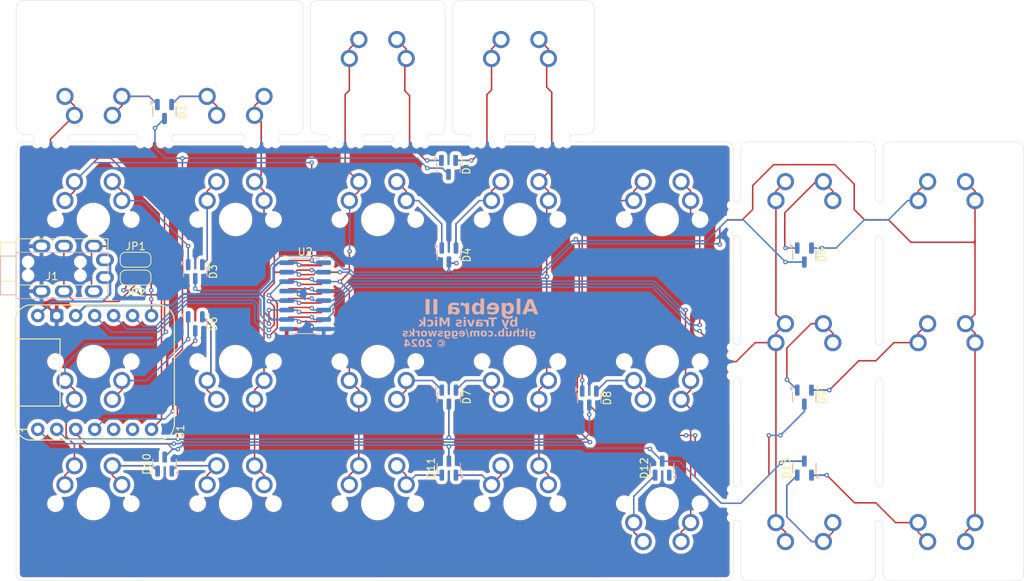
<source format=kicad_pcb>
(kicad_pcb (version 20240108) (generator "pcbnew") (generator_version "8.0")
  (layers (0 "F.Cu" signal) (31 "B.Cu" signal) (34 "B.Paste" user) (35 "F.Paste" user) (36 "B.SilkS" user "B.Silkscreen") (37 "F.SilkS" user "F.Silkscreen") (38 "B.Mask" user) (39 "F.Mask" user) (44 "Edge.Cuts" user))
  (net 0 "")
  (net 1 "GND")
  (net 2 "Net-(JP1-C)")
  (net 3 "Net-(JP2-C)")
  (net 4 "VBUS")
  (net 5 "CS")
  (net 6 "MOSI")
  (net 7 "SCK")
  (net 8 "Rx")
  (net 9 "VCC")
  (net 10 "Tx")
  (net 13 "Net-(D1-A1)")
  (net 14 "Col1")
  (net 15 "Net-(D1-A2)")
  (net 16 "Col2")
  (net 17 "Net-(D2-A1)")
  (net 18 "Col3")
  (net 19 "Net-(D2-A2)")
  (net 20 "Col4")
  (net 21 "Net-(D3-A1)")
  (net 22 "Net-(D3-A2)")
  (net 23 "Net-(D4-A1)")
  (net 24 "Net-(D4-A2)")
  (net 25 "Net-(D5-A1)")
  (net 26 "Col5")
  (net 27 "Col6")
  (net 28 "Net-(D6-A1)")
  (net 29 "Col7")
  (net 30 "Net-(D7-A1)")
  (net 31 "Net-(D7-A2)")
  (net 32 "Net-(D8-A1)")
  (net 33 "Net-(D8-A2)")
  (net 34 "Net-(D9-A1)")
  (net 35 "Net-(D10-A1)")
  (net 36 "Net-(D11-A1)")
  (net 37 "Net-(D11-A2)")
  (net 38 "Net-(D13-A1)")
  (net 41 "Row1")
  (net 42 "Row2")
  (net 43 "Row3")
  (net 44 "Row4")
  (net 45 "Net-(D6-A2)")
  (net 46 "Net-(D10-A2)")
  (net 47 "Net-(D5-A2)")
  (net 48 "Net-(D9-A2)")
  (net 49 "Net-(D13-A2)")
  (net 50 "Col8")
  (net 51 "Net-(D12-A2)")
  (footprint "PCM_marbastlib-xp-mx:SW_MX_Reversible_1u" (layer "F.Cu") (at 66.675 47.625 180)
    (property "Reference" "SW2" (hide yes))
    (property "Value" "SW_Push_45deg" (hide yes))
  )
  (footprint "PCM_marbastlib-xp-various:CON_MJ-4PP-9_Reversible" (layer "F.Cu") (at 43.422355 73.267355)
    (property "Reference" "J1")
    (property "Value" "AudioJack4")
  )
  (footprint "PCM_marbastlib-xp-mx:SW_MX_Reversible_1u" (layer "F.Cu") (at 66.675 66.675)
    (property "Reference" "SW6" (hide yes))
    (property "Value" "SW_Push_45deg" (hide yes))
  )
  (footprint "PCM_marbastlib-xp-mx:SW_MX_Reversible_1u" (layer "F.Cu") (at 85.725 104.775)
    (property "Reference" "SW21" (hide yes))
    (property "Value" "SW_Push_45deg" (hide yes))
  )
  (footprint "keiv4n:SOT-23" (layer "F.Cu") (at 95.2 59.6875 -90)
    (property "Reference" "D2")
    (property "Value" "BAV70_Small")
  )
  (footprint "PCM_marbastlib-xp-mx:SW_MX_Reversible_1u" (layer "F.Cu") (at 123.825 85.725 180)
    (property "Reference" "SW16" (hide yes))
    (property "Value" "SW_Push_45deg" (hide yes))
  )
  (footprint "keiv4n:mousebites_1mm" (layer "F.Cu") (at 152.399625 66.675372 180)
    (property "Reference" "REF**" (hide yes))
    (property "Value" "mousebites 2mm" (hide yes))
    (fp_arc (start 0 -2.75) (mid -0.5 -2.25) (end -1 -2.75) (stroke (width 0.05)) (layer "Edge.Cuts"))
    (fp_arc (start -1 2.75) (mid -0.5 2.25) (end 0 2.75) (stroke (width 0.05)) (layer "Edge.Cuts"))
  )
  (footprint "PCM_marbastlib-xp-mx:SW_MX_Reversible_1u" (layer "F.Cu") (at 47.625 66.675)
    (property "Reference" "SW5" (hide yes))
    (property "Value" "SW_Push_45deg" (hide yes))
  )
  (footprint "PCM_marbastlib-xp-mx:SW_MX_Reversible_1u" (layer "F.Cu") (at 123.825 104.775 180)
    (property "Reference" "SW23" (hide yes))
    (property "Value" "SW_Push_45deg" (hide yes))
  )
  (footprint "PCM_marbastlib-xp-mx:SW_MX_Reversible_1u" (layer "F.Cu") (at 123.825 66.675)
    (property "Reference" "SW9" (hide yes))
    (property "Value" "SW_Push_45deg" (hide yes))
  )
  (footprint "PCM_marbastlib-xp-mx:SW_MX_Reversible_1u" (layer "F.Cu") (at 104.775 85.725 180)
    (property "Reference" "SW15" (hide yes))
    (property "Value" "SW_Push_45deg" (hide yes))
  )
  (footprint "PCM_marbastlib-xp-mx:SW_MX_Reversible_1u" (layer "F.Cu") (at 85.725 66.675)
    (property "Reference" "SW7" (hide yes))
    (property "Value" "SW_Push_45deg" (hide yes))
  )
  (footprint "PCM_marbastlib-xp-mx:SW_MX_Reversible_1u" (layer "F.Cu") (at 142.875 85.725)
    (property "Reference" "SW17" (hide yes))
    (property "Value" "SW_Push_45deg" (hide yes))
  )
  (footprint "keiv4n:SOT-23" (layer "F.Cu") (at 57.15 52.2 -90)
    (property "Reference" "D1")
    (property "Value" "BAV70_Small")
  )
  (footprint "PCM_marbastlib-xp-mx:SW_MX_Reversible_1u" (layer "F.Cu") (at 85.725 85.725 180)
    (property "Reference" "SW14" (hide yes))
    (property "Value" "SW_Push_45deg" (hide yes))
  )
  (footprint "keiv4n:SOT-23" (layer "F.Cu") (at 123.825 100.0125 90)
    (property "Reference" "D12")
    (property "Value" "BAV70_Small")
  )
  (footprint "keiv4n:SOT-23" (layer "F.Cu") (at 95.25 100.0125 90)
    (property "Reference" "D11")
    (property "Value" "BAV70_Small")
  )
  (footprint "keiv4n:mousebites_1mm" (layer "F.Cu") (at 152.4 85.725 180)
    (property "Reference" "REF**" (hide yes))
    (property "Value" "mousebites 2mm" (hide yes))
    (fp_arc (start 0 -2.75) (mid -0.5 -2.25) (end -1 -2.75) (stroke (width 0.05)) (layer "Edge.Cuts"))
    (fp_arc (start -1 2.75) (mid -0.5 2.25) (end 0 2.75) (stroke (width 0.05)) (layer "Edge.Cuts"))
  )
  (footprint "keiv4n:mousebites_1mm" (layer "F.Cu") (at 109.145375 56.26675 -90)
    (property "Reference" "REF**" (hide yes))
    (property "Value" "mousebites 2mm" (hide yes))
    (fp_arc (start -1 2.75) (mid -0.5 2.25) (end 0 2.75) (stroke (width 0.05)) (layer "Edge.Cuts"))
    (fp_arc (start 0 -2.75) (mid -0.5 -2.25) (end -1 -2.75) (stroke (width 0.05)) (layer "Edge.Cuts"))
  )
  (footprint "keiv4n:mousebites_1mm" (layer "F.Cu") (at 70.149358 56.267355 -90)
    (property "Reference" "REF**" (hide yes))
    (property "Value" "mousebites 2mm" (hide yes))
    (fp_arc (start -1 2.75) (mid -0.5 2.25) (end 0 2.75) (stroke (width 0.05)) (layer "Edge.Cuts"))
    (fp_arc (start 0 -2.75) (mid -0.5 -2.25) (end -1 -2.75) (stroke (width 0.05)) (layer "Edge.Cuts"))
  )
  (footprint "keiv4n:mousebites_1mm" (layer "F.Cu") (at 81.355375 56.26675 -90)
    (property "Reference" "REF**" (hide yes))
    (property "Value" "mousebites 2mm" (hide yes))
    (fp_arc (start -1 2.75) (mid -0.5 2.25) (end 0 2.75) (stroke (width 0.05)) (layer "Edge.Cuts"))
    (fp_arc (start 0 -2.75) (mid -0.5 -2.25) (end -1 -2.75) (stroke (width 0.05)) (layer "Edge.Cuts"))
  )
  (footprint "keiv4n:SOT-23" (layer "F.Cu") (at 114.059 90.615997 -90)
    (property "Reference" "D8")
    (property "Value" "BAV70_Small")
  )
  (footprint "Jumper:SolderJumper-3_P1.3mm_Open_RoundedPad1.0x1.5mm" (layer "F.Cu") (at 53.272355 72.067355)
    (property "Reference" "JP1")
    (property "Value" "SolderJumper_3_Open")
  )
  (footprint "keiv4n:SOT-23" (layer "F.Cu") (at 61.272355 73.667355 -90)
    (property "Reference" "D3")
    (property "Value" "BAV70_Small")
  )
  (footprint "PCM_marbastlib-xp-mx:SW_MX_Reversible_1u" (layer "F.Cu") (at 142.875 66.675)
    (property "Reference" "SW10" (hide yes))
    (property "Value" "SW_Push_45deg" (hide yes))
  )
  (footprint "PCM_marbastlib-xp-mx:SW_MX_Reversible_1u" (layer "F.Cu") (at 47.625 85.725 180)
    (property "Reference" "SW12" (hide yes))
    (property "Value" "SW_Push_45deg" (hide yes))
  )
  (footprint "Jumper:SolderJumper-3_P1.3mm_Open_RoundedPad1.0x1.5mm" (layer "F.Cu") (at 53.272355 74.467355)
    (property "Reference" "JP2")
    (property "Value" "SolderJumper_3_Open")
  )
  (footprint "PCM_marbastlib-xp-mx:SW_MX_Reversible_1u" (layer "F.Cu") (at 161.925 85.725)
    (property "Reference" "SW18" (hide yes))
    (property "Value" "SW_Push_45deg" (hide yes))
  )
  (footprint "keiv4n:SOT-23" (layer "F.Cu") (at 57.172355 99.467355 90)
    (property "Reference" "D10")
    (property "Value" "BAV70_Small")
  )
  (footprint "PCM_marbastlib-xp-promicroish:Xiao_rp2040_AH_Pogo" (layer "F.Cu") (at 47.792355 87.187355 90)
    (property "Reference" "U1")
    (property "Value" "Seeeduino Xiao rp2040")
  )
  (footprint "keiv4n:mousebites_1mm" (layer "F.Cu") (at 100.405375 56.26675 -90)
    (property "Reference" "REF**" (hide yes))
    (property "Value" "mousebites 2mm" (hide yes))
    (fp_arc (start -1 2.75) (mid -0.5 2.25) (end 0 2.75) (stroke (width 0.05)) (layer "Edge.Cuts"))
    (fp_arc (start 0 -2.75) (mid -0.5 -2.25) (end -1 -2.75) (stroke (width 0.05)) (layer "Edge.Cuts"))
  )
  (footprint "PCM_marbastlib-xp-mx:SW_MX_Reversible_1u" (layer "F.Cu") (at 47.625 104.775)
    (property "Reference" "SW19" (hide yes))
    (property "Value" "SW_Push_45deg" (hide yes))
  )
  (footprint "PCM_marbastlib-xp-mx:SW_MX_Reversible_1u" (layer "F.Cu") (at 161.925 66.675)
    (property "Reference" "SW11" (hide yes))
    (property "Value" "SW_Push_45deg" (hide yes))
  )
  (footprint "keiv4n:mousebites_1mm" (layer "F.Cu") (at 55.822358 56.267355 -90)
    (property "Reference" "REF**" (hide yes))
    (property "Value" "mousebites 2mm" (hide yes))
    (fp_arc (start -1 2.75) (mid -0.5 2.25) (end 0 2.75) (stroke (width 0.05)) (layer "Edge.Cuts"))
    (fp_arc (start 0 -2.75) (mid -0.5 -2.25) (end -1 -2.75) (stroke (width 0.05)) (layer "Edge.Cuts"))
  )
  (footprint "PCM_marbastlib-xp-mx:SW_MX_Reversible_1u" (layer "F.Cu") (at 66.672355 85.725 180)
    (property "Reference" "SW13" (hide yes))
    (property "Value" "SW_Push_45deg" (hide yes))
  )
  (footprint "PCM_marbastlib-xp-mx:SW_MX_Reversible_1u" (layer "F.Cu") (at 104.775 104.775)
    (property "Reference" "SW22" (hide yes))
    (property "Value" "SW_Push_45deg" (hide yes))
  )
  (footprint "keiv4n:mousebites_1mm" (layer "F.Cu") (at 90.095375 56.26675 -90)
    (property "Reference" "REF**" (hide yes))
    (property "Value" "mousebites 2mm" (hide yes))
    (fp_arc (start -1 2.75) (mid -0.5 2.25) (end 0 2.75) (stroke (width 0.05)) (layer "Edge.Cuts"))
    (fp_arc (start 0 -2.75) (mid -0.5 -2.25) (end -1 -2.75) (stroke (width 0.05)) (layer "Edge.Cuts"))
  )
  (footprint "keiv4n:mousebites_1mm" (layer "F.Cu") (at 152.400375 104.775375 180)
    (property "Reference" "REF**" (hide yes))
    (property "Value" "mousebites 2mm" (hide yes))
    (fp_arc (start 0 -2.75) (mid -0.5 -2.25) (end -1 -2.75) (stroke (width 0.05)) (layer "Edge.Cuts"))
    (fp_arc (start -1 2.75) (mid -0.5 2.25) (end 0 2.75) (stroke (width 0.05)) (layer "Edge.Cuts"))
  )
  (footprint "keiv4n:mousebites_1mm" (layer "F.Cu") (at 133.350375 104.775375 180)
    (property "Reference" "REF**" (hide yes))
    (property "Value" "mousebites 2mm" (hide yes))
    (fp_arc (start 0 -2.75) (mid -0.5 -2.25) (end -1 -2.75) (stroke (width 0.05)) (layer "Edge.Cuts"))
    (fp_arc (start -1 2.75) (mid -0.5 2.25) (end 0 2.75) (stroke (width 0.05)) (layer "Edge.Cuts"))
  )
  (footprint "PCM_marbastlib-xp-mx:SW_MX_Reversible_1u" (layer "F.Cu") (at 161.925 104.775 180)
    (property "Reference" "SW25" (hide yes))
    (property "Value" "SW_Push_45deg" (hide yes))
  )
  (footprint "PCM_marbastlib-xp-mx:SW_MX_Reversible_1u" (layer "F.Cu") (at 142.875 104.775 180)
    (property "Reference" "SW24" (hide yes))
    (property "Value" "SW_Push_45deg" (hide yes))
  )
  (footprint "keiv4n:SOT-23" (layer "F.Cu") (at 142.875 100.0125 90)
    (property "Reference" "D13")
    (property "Value" "BAV70_Small")
  )
  (footprint "keiv4n:SOT-23" (layer "F.Cu") (at 95.25 71.4375 -90)
    (property "Reference" "D4")
    (property "Value" "BAV70_Small")
  )
  (footprint "keiv4n:SOT-23" (layer "F.Cu") (at 142.875 71.4375 -90)
    (property "Reference" "D5")
    (property "Value" "BAV70_Small")
  )
  (footprint "Package_SO:SOIC-16_3.9x9.9mm_P1.27mm" (layer "F.Cu") (at 75.997355 76.912355)
    (property "Reference" "U2")
    (property "Value" "74HC595D,118")
  )
  (footprint "PCM_marbastlib-xp-mx:SW_MX_Reversible_1u" (layer "F.Cu") (at 66.675 104.775)
    (property "Reference" "SW20" (hide yes))
    (property "Value" "SW_Push_45deg" (hide yes))
  )
  (footprint "keiv4n:mousebites_1mm" (layer "F.Cu") (at 133.349625 66.675372 180)
    (property "Reference" "REF**" (hide yes))
    (property "Value" "mousebites 2mm" (hide yes))
    (fp_arc (start 0 -2.75) (mid -0.5 -2.25) (end -1 -2.75) (stroke (width 0.05)) (layer "Edge.Cuts"))
    (fp_arc (start -1 2.75) (mid -0.5 2.25) (end 0 2.75) (stroke (width 0.05)) (layer "Edge.Cuts"))
  )
  (footprint "keiv4n:mousebites_1mm" (layer "F.Cu") (at 41.927358 56.267355 -90)
    (property "Reference" "REF**" (hide yes))
    (property "Value" "mousebites 2mm" (hide yes))
    (fp_arc (start -1 2.75) (mid -0.5 2.25) (end 0 2.75) (stroke (width 0.05)) (layer "Edge.Cuts"))
    (fp_arc (start 0 -2.75) (mid -0.5 -2.25) (end -1 -2.75) (stroke (width 0.05)) (layer "Edge.Cuts"))
  )
  (footprint "PCM_marbastlib-xp-mx:SW_MX_Reversible_1u" (layer "F.Cu") (at 104.775 66.675)
    (property "Reference" "SW8" (hide yes))
    (property "Value" "SW_Push_45deg" (hide yes))
  )
  (footprint "PCM_marbastlib-xp-mx:SW_MX_Reversible_1u" (layer "F.Cu") (at 47.625 47.625 180)
    (property "Reference" "SW1" (hide yes))
    (property "Value" "SW_Push_45deg" (hide yes))
  )
  (footprint "PCM_marbastlib-xp-mx:SW_MX_Reversible_1u" (layer "F.Cu") (at 85.725 47.625)
    (property "Reference" "SW3" (hide yes))
    (property "Value" "SW_Push_45deg" (hide yes))
  )
  (footprint "keiv4n:SOT-23" (layer "F.Cu") (at 142.875 90.4875 -90)
    (property "Reference" "D9")
    (property "Value" "BAV70_Small")
  )
  (footprint "PCM_marbastlib-xp-mx:SW_MX_Reversible_1u" (layer "F.Cu") (at 104.775 47.625)
    (property "Reference" "SW4" (hide yes))
    (property "Value" "SW_Push_45deg" (hide yes))
  )
  (footprint "keiv4n:SOT-23" (layer "F.Cu") (at 95.25 90.4875 -90)
    (property "Reference" "D7")
    (property "Value" "BAV70_Small")
  )
  (footprint "keiv4n:mousebites_1mm" (layer "F.Cu") (at 133.35 85.725 180)
    (property "Reference" "REF**" (hide yes))
    (property "Value" "mousebites 2mm" (hide yes))
    (fp_arc (start 0 -2.75) (mid -0.5 -2.25) (end -1 -2.75) (stroke (width 0.05)) (layer "Edge.Cuts"))
    (fp_arc (start -1 2.75) (mid -0.5 2.25) (end 0 2.75) (stroke (width 0.05)) (layer "Edge.Cuts"))
  )
  (footprint "keiv4n:SOT-23" (layer "F.Cu") (at 61.272355 80.667355 -90)
    (property "Reference" "D6")
    (property "Value" "BAV70_Small")
  )
  (gr_line (start 38.272162 56.267354) (end 39.177358 56.267355) (stroke (width 0.05)) (layer "Edge.Cuts"))
  (gr_arc (start 114.704999 54.26675) (mid 114.412106 54.973857) (end 113.704999 55.26675) (stroke (width 0.05)) (layer "Edge.Cuts"))
  (gr_line (start 152.4 88.475) (end 152.400375 102.025375) (stroke (width 0.05)) (layer "Edge.Cuts"))
  (gr_arc (start 37.272355 38.267355) (mid 37.565297 37.560326) (end 38.272355 37.2675) (stroke (width 0.05)) (layer "Edge.Cuts"))
  (gr_line (start 133.350375 107.525375) (end 133.350375 114.127776) (stroke (width 0.05)) (layer "Edge.Cuts"))
  (gr_line (start 153.399625 69.425372) (end 153.4 82.975) (stroke (width 0.05)) (layer "Edge.Cuts"))
  (gr_line (start 38.272355 37.2675) (end 61.704999 37.2675) (stroke (width 0.05)) (layer "Edge.Cuts"))
  (gr_line (start 153.399625 57.26698) (end 153.399625 63.925372) (stroke (width 0.05)) (layer "Edge.Cuts"))
  (gr_line (start 113.704999 55.26675) (end 111.895375 55.26675) (stroke (width 0.05)) (layer "Edge.Cuts"))
  (gr_line (start 61.695001 115.1325) (end 38.272029 115.127826) (stroke (width 0.05)) (layer "Edge.Cuts"))
  (gr_arc (start 74.700375 37.267875) (mid 75.407536 37.560729) (end 75.700375 38.267875) (stroke (width 0.05)) (layer "Edge.Cuts"))
  (gr_line (start 135.349592 56.26698) (end 151.399625 56.266747) (stroke (width 0.05)) (layer "Edge.Cuts"))
  (gr_line (start 152.400375 107.525375) (end 152.400375 114.127776) (stroke (width 0.05)) (layer "Edge.Cuts"))
  (gr_line (start 37.272355 54.267355) (end 37.272355 38.267355) (stroke (width 0.05)) (layer "Edge.Cuts"))
  (gr_line (start 153.400375 107.525375) (end 153.400375 114.12774) (stroke (width 0.05)) (layer "Edge.Cuts"))
  (gr_line (start 151.400411 115.127776) (end 135.349625 115.12774) (stroke (width 0.05)) (layer "Edge.Cuts"))
  (gr_arc (start 38.272029 115.127826) (mid 37.565204 114.834854) (end 37.272355 114.127971) (stroke (width 0.05)) (layer "Edge.Cuts"))
  (gr_line (start 134.350375 107.525375) (end 134.350375 114.12774) (stroke (width 0.05)) (layer "Edge.Cuts"))
  (gr_line (start 134.350375 102.025375) (end 134.35 88.475) (stroke (width 0.05)) (layer "Edge.Cuts"))
  (gr_line (start 152.4 82.975) (end 152.399625 69.425372) (stroke (width 0.05)) (layer "Edge.Cuts"))
  (gr_line (start 111.895375 56.26675) (end 132.349625 56.266747) (stroke (width 0.05)) (layer "Edge.Cuts"))
  (gr_line (start 134.349625 57.26698) (end 134.349625 63.925372) (stroke (width 0.05)) (layer "Edge.Cuts"))
  (gr_line (start 134.349625 69.425372) (end 134.35 82.975) (stroke (width 0.05)) (layer "Edge.Cuts"))
  (gr_line (start 74.699982 55.267355) (end 72.899358 55.267355) (stroke (width 0.05)) (layer "Edge.Cuts"))
  (gr_line (start 131.100442 115.127817) (end 61.695001 115.1325) (stroke (width 0.05)) (layer "Edge.Cuts"))
  (gr_line (start 96.750059 37.268) (end 113.704989 37.26751) (stroke (width 0.05)) (layer "Edge.Cuts"))
  (gr_arc (start 38.272352 55.267355) (mid 37.5653 54.974408) (end 37.272355 54.267355) (stroke (width 0.05)) (layer "Edge.Cuts"))
  (gr_arc (start 76.700372 38.267875) (mid 76.993243 37.560745) (end 77.700372 37.267875) (stroke (width 0.05)) (layer "Edge.Cuts"))
  (gr_line (start 133.349625 63.925372) (end 133.349625 57.266747) (stroke (width 0.05)) (layer "Edge.Cuts"))
  (gr_arc (start 37.27216 57.267156) (mid 37.565138 56.560192) (end 38.272162 56.267354) (stroke (width 0.05)) (layer "Edge.Cuts"))
  (gr_line (start 132.350411 115.127776) (end 131.100442 115.127817) (stroke (width 0.05)) (layer "Edge.Cuts"))
  (gr_line (start 76.700372 38.267875) (end 76.700372 54.26675) (stroke (width 0.05)) (layer "Edge.Cuts"))
  (gr_line (start 87.345375 55.26675) (end 84.105375 55.26675) (stroke (width 0.05)) (layer "Edge.Cuts"))
  (gr_arc (start 113.704989 37.26751) (mid 114.412099 37.5604) (end 114.704999 38.26751) (stroke (width 0.05)) (layer "Edge.Cuts"))
  (gr_arc (start 133.350375 114.127776) (mid 133.057501 114.834877) (end 132.350411 115.127776) (stroke (width 0.05)) (layer "Edge.Cuts"))
  (gr_line (start 72.899358 56.267355) (end 78.605375 56.26675) (stroke (width 0.05)) (layer "Edge.Cuts"))
  (gr_line (start 75.700375 38.267875) (end 75.699982 54.267355) (stroke (width 0.05)) (layer "Edge.Cuts"))
  (gr_line (start 37.2675 80.745001) (end 37.27216 57.267156) (stroke (width 0.05)) (layer "Edge.Cuts"))
  (gr_line (start 93.749849 55.26675) (end 92.845375 55.26675) (stroke (width 0.05)) (layer "Edge.Cuts"))
  (gr_arc (start 77.700369 55.26675) (mid 76.9933 54.973843) (end 76.700372 54.26675) (stroke (width 0.05)) (layer "Edge.Cuts"))
  (gr_line (start 172.277999 57.267487) (end 172.277999 114.127507) (stroke (width 0.05)) (layer "Edge.Cuts"))
  (gr_arc (start 152.400375 114.127776) (mid 152.107501 114.834877) (end 151.400411 115.127776) (stroke (width 0.05)) (layer "Edge.Cuts"))
  (gr_line (start 153.400375 102.025375) (end 153.4 88.475) (stroke (width 0.05)) (layer "Edge.Cuts"))
  (gr_line (start 95.750046 38.267824) (end 95.749871 54.266739) (stroke (width 0.05)) (layer "Edge.Cuts"))
  (gr_line (start 37.272355 114.127971) (end 37.2675 80.745001) (stroke (width 0.05)) (layer "Edge.Cuts"))
  (gr_arc (start 134.349625 57.26698) (mid 134.642515 56.559907) (end 135.349592 56.26698) (stroke (width 0.05)) (layer "Edge.Cuts"))
  (gr_arc (start 132.349625 56.266747) (mid 133.056732 56.55964) (end 133.349625 57.266747) (stroke (width 0.05)) (layer "Edge.Cuts"))
  (gr_arc (start 171.278012 56.267487) (mid 171.985116 56.560384) (end 172.277999 57.267487) (stroke (width 0.05)) (layer "Edge.Cuts"))
  (gr_line (start 77.700369 55.26675) (end 78.605375 55.26675) (stroke (width 0.05)) (layer "Edge.Cuts"))
  (gr_line (start 38.272352 55.267355) (end 39.177358 55.267355) (stroke (width 0.05)) (layer "Edge.Cuts"))
  (gr_arc (start 75.699982 54.267355) (mid 75.40712 54.974501) (end 74.699982 55.267355) (stroke (width 0.05)) (layer "Edge.Cuts"))
  (gr_line (start 92.845375 56.26675) (end 97.655375 56.26675) (stroke (width 0.05)) (layer "Edge.Cuts"))
  (gr_arc (start 94.74985 54.26675) (mid 94.456942 54.973842) (end 93.749849 55.26675) (stroke (width 0.05)) (layer "Edge.Cuts"))
  (gr_line (start 96.749871 55.26675) (end 97.655375 55.26675) (stroke (width 0.05)) (layer "Edge.Cuts"))
  (gr_line (start 133.35 82.975) (end 133.349625 69.425372) (stroke (width 0.05)) (layer "Edge.Cuts"))
  (gr_line (start 103.155375 55.26675) (end 106.395375 55.26675) (stroke (width 0.05)) (layer "Edge.Cuts"))
  (gr_line (start 114.704999 38.26751) (end 114.704999 54.26675) (stroke (width 0.05)) (layer "Edge.Cuts"))
  (gr_arc (start 151.399625 56.266747) (mid 152.10671 56.559662) (end 152.399625 57.266747) (stroke (width 0.05)) (layer "Edge.Cuts"))
  (gr_line (start 61.704999 37.2675) (end 74.700375 37.267875) (stroke (width 0.05)) (layer "Edge.Cuts"))
  (gr_line (start 44.677358 56.267355) (end 53.072358 56.267355) (stroke (width 0.05)) (layer "Edge.Cuts"))
  (gr_arc (start 135.350375 115.12774) (mid 134.64327 114.83484) (end 134.350375 114.12774) (stroke (width 0.05)) (layer "Edge.Cuts"))
  (gr_arc (start 96.749871 55.26675) (mid 96.042797 54.97384) (end 95.749871 54.266739) (stroke (width 0.05)) (layer "Edge.Cuts"))
  (gr_arc (start 154.400375 115.12774) (mid 153.693273 114.834842) (end 153.400375 114.12774) (stroke (width 0.05)) (layer "Edge.Cuts"))
  (gr_line (start 67.399358 56.267355) (end 58.572358 56.267355) (stroke (width 0.05)) (layer "Edge.Cuts"))
  (gr_arc (start 153.399625 57.26698) (mid 153.692522 56.5599) (end 154.399592 56.26698) (stroke (width 0.05)) (layer "Edge.Cuts"))
  (gr_line (start 84.105375 56.26675) (end 87.345375 56.26675) (stroke (width 0.05)) (layer "Edge.Cuts"))
  (gr_line (start 58.572358 55.267355) (end 67.399358 55.267355) (stroke (width 0.05)) (layer "Edge.Cuts"))
  (gr_line (start 171.278006 115.127507) (end 154.400375 115.12774) (stroke (width 0.05)) (layer "Edge.Cuts"))
  (gr_line (start 133.35 88.475) (end 133.350375 102.025375) (stroke (width 0.05)) (layer "Edge.Cuts"))
  (gr_line (start 94.74985 38.267747) (end 94.74985 54.26675) (stroke (width 0.05)) (layer "Edge.Cuts"))
  (gr_line (start 53.072358 55.267355) (end 44.677358 55.267355) (stroke (width 0.05)) (layer "Edge.Cuts"))
  (gr_arc (start 95.750046 38.267824) (mid 96.043005 37.560827) (end 96.750059 37.268) (stroke (width 0.05)) (layer "Edge.Cuts"))
  (gr_line (start 154.399592 56.26698) (end 171.278012 56.267487) (stroke (width 0.05)) (layer "Edge.Cuts"))
  (gr_line (start 106.395375 56.26675) (end 103.155375 56.26675) (stroke (width 0.05)) (layer "Edge.Cuts"))
  (gr_line (start 77.700372 37.267875) (end 93.750026 37.267734) (stroke (width 0.05)) (layer "Edge.Cuts"))
  (gr_line (start 152.399625 63.925372) (end 152.399625 57.266747) (stroke (width 0.05)) (layer "Edge.Cuts"))
  (gr_arc (start 93.750026 37.267734) (mid 94.457 37.560718) (end 94.74985 38.267747) (stroke (width 0.05)) (layer "Edge.Cuts"))
  (gr_arc (start 172.277999 114.127507) (mid 171.985108 114.834611) (end 171.278006 115.127507) (stroke (width 0.05)) (layer "Edge.Cuts"))
  (gr_text "by Travis Mick" (at 97.850411 81.227776 0) (layer "B.SilkS") (effects (font (size 1.2 1.2) (thickness 0.3) (bold yes)) (justify bottom mirror)))
  (gr_text "Algebra II" (at 99.550411 79.727776 0) (layer "B.SilkS") (effects (font (size 2 2) (thickness 0.3) (bold yes)) (justify bottom mirror)))
  (gr_text "github.com/eggsworks\n" (at 97.950411 82.527776 0) (layer "B.SilkS") (effects (font (size 1 1) (thickness 0.25) (bold yes)) (justify bottom mirror)))
  (gr_text "© 2024" (at 92.050411 83.927776 0) (layer "B.SilkS") (effects (font (size 1 1) (thickness 0.25) (bold yes)) (justify bottom mirror)))
  (segment (start 78.472355 76.277355) (end 78.082355 76.667355) (width 0.2) (layer "F.Cu") (net 1))
  (segment (start 78.082355 76.667355) (end 75.172355 76.667355) (width 0.2) (layer "F.Cu") (net 1))
  (segment (start 40.672355 70.254555) (end 40.672355 76.280155) (width 0.3) (layer "F.Cu") (net 1))
  (segment (start 76.582355 81.357355) (end 76.872355 81.067355) (width 0.2) (layer "F.Cu") (net 1))
  (segment (start 73.522355 81.357355) (end 76.582355 81.357355) (width 0.2) (layer "F.Cu") (net 1))
  (segment (start 40.672355 77.527355) (end 42.712355 79.567355) (width 0.3) (layer "F.Cu") (net 1))
  (segment (start 40.672355 76.280155) (end 40.672355 77.527355) (width 0.3) (layer "F.Cu") (net 1))
  (via (at 76.872355 81.067355) (size 0.6) (drill 0.3) (layers "F.Cu" "B.Cu") (net 1))
  (via (at 75.172355 76.667355) (size 0.6) (drill 0.3) (layers "F.Cu" "B.Cu") (net 1))
  (segment (start 77.162355 81.357355) (end 76.872355 81.067355) (width 0.2) (layer "B.Cu") (net 1))
  (segment (start 74.782355 76.277355) (end 75.172355 76.667355) (width 0.2) (layer "B.Cu") (net 1))
  (segment (start 78.472355 81.357355) (end 77.162355 81.357355) (width 0.2) (layer "B.Cu") (net 1))
  (segment (start 73.522355 76.277355) (end 74.782355 76.277355) (width 0.2) (layer "B.Cu") (net 1))
  (segment (start 52.409555 70.254555) (end 47.672355 70.254555) (width 0.2) (layer "F.Cu") (net 2))
  (segment (start 53.272355 71.117355) (end 52.409555 70.254555) (width 0.2) (layer "F.Cu") (net 2))
  (segment (start 53.272355 72.067355) (end 53.272355 71.117355) (width 0.2) (layer "F.Cu") (net 2))
  (segment (start 47.372355 75.980155) (end 47.372355 70.554555) (width 0.2) (layer "F.Cu") (net 2))
  (segment (start 51.022355 77.667355) (end 45.059555 77.667355) (width 0.2) (layer "F.Cu") (net 3))
  (segment (start 53.272355 74.467355) (end 53.272355 75.417355) (width 0.2) (layer "F.Cu") (net 3))
  (segment (start 53.272355 75.417355) (end 51.022355 77.667355) (width 0.2) (layer "F.Cu") (net 3))
  (segment (start 43.672355 70.254555) (end 43.672355 76.280155) (width 0.2) (layer "F.Cu") (net 3))
  (segment (start 45.059555 77.667355) (end 43.672355 76.280155) (width 0.2) (layer "F.Cu") (net 3))
  (segment (start 48.872355 77.667355) (end 49.872355 76.667355) (width 0.3) (layer "B.Cu") (net 4))
  (segment (start 49.172355 74.454555) (end 49.872355 73.754555) (width 0.3) (layer "B.Cu") (net 4))
  (segment (start 49.872355 76.667355) (end 49.872355 75.154555) (width 0.3) (layer "B.Cu") (net 4))
  (segment (start 40.172355 79.567355) (end 42.072355 77.667355) (width 0.3) (layer "B.Cu") (net 4))
  (segment (start 49.172355 72.080155) (end 49.872355 72.780155) (width 0.3) (layer "B.Cu") (net 4))
  (segment (start 49.872355 75.154555) (end 49.172355 74.454555) (width 0.3) (layer "B.Cu") (net 4))
  (segment (start 49.872355 73.754555) (end 49.872355 72.780155) (width 0.3) (layer "B.Cu") (net 4))
  (segment (start 42.072355 77.667355) (end 48.872355 77.667355) (width 0.3) (layer "B.Cu") (net 4))
  (segment (start 78.152355 77.867355) (end 75.172355 77.867355) (width 0.2) (layer "F.Cu") (net 5))
  (segment (start 71.137956 81.491704) (end 71.137956 81.491703) (width 0.2) (layer "F.Cu") (net 5))
  (segment (start 78.472355 77.547355) (end 78.152355 77.867355) (width 0.2) (layer "F.Cu") (net 5))
  (segment (start 71.137956 81.491703) (end 71.847355 80.782304) (width 0.2) (layer "F.Cu") (net 5))
  (segment (start 71.847355 80.782304) (end 71.847355 78.32472) (width 0.2) (layer "F.Cu") (net 5))
  (segment (start 71.847355 78.32472) (end 71.150411 77.627776) (width 0.2) (layer "F.Cu") (net 5))
  (via (at 71.150411 77.627776) (size 0.6) (drill 0.3) (layers "F.Cu" "B.Cu") (net 5))
  (via (at 75.172355 77.867355) (size 0.6) (drill 0.3) (layers "F.Cu" "B.Cu") (net 5))
  (via (at 71.137956 81.491704) (size 0.6) (drill 0.3) (layers "F.Cu" "B.Cu") (net 5))
  (segment (start 71.230832 77.547355) (end 73.522355 77.547355) (width 0.2) (layer "B.Cu") (net 5))
  (segment (start 60.022355 77.517355) (end 56.172355 81.367355) (width 0.2) (layer "B.Cu") (net 5))
  (segment (start 74.852355 77.547355) (end 75.172355 77.867355) (width 0.2) (layer "B.Cu") (net 5))
  (segment (start 69.650411 80.004159) (end 69.650411 78.06209) (width 0.2) (layer "B.Cu") (net 5))
  (segment (start 52.132355 81.367355) (end 50.332355 79.567355) (width 0.2) (layer "B.Cu") (net 5))
  (segment (start 69.105676 77.517355) (end 60.022355 77.517355) (width 0.2) (layer "B.Cu") (net 5))
  (segment (start 56.172355 81.367355) (end 52.132355 81.367355) (width 0.2) (layer "B.Cu") (net 5))
  (segment (start 71.137956 81.491704) (end 69.650411 80.004159) (width 0.2) (layer "B.Cu") (net 5))
  (segment (start 71.150411 77.627776) (end 71.230832 77.547355) (width 0.2) (layer "B.Cu") (net 5))
  (segment (start 73.522355 77.547355) (end 74.852355 77.547355) (width 0.2) (layer "B.Cu") (net 5))
  (segment (start 69.650411 78.06209) (end 69.105676 77.517355) (width 0.2) (layer "B.Cu") (net 5))
  (segment (start 72.247355 81.230832) (end 71.150411 82.327776) (width 0.2) (layer "F.Cu") (net 6))
  (segment (start 71.150411 76.827773) (end 71.198937 76.827773) (width 0.2) (layer "F.Cu") (net 6))
  (segment (start 71.198937 76.827773) (end 72.247355 77.876191) (width 0.2) (layer "F.Cu") (net 6))
  (segment (start 78.472355 75.007355) (end 78.112355 75.367355) (width 0.2) (layer "F.Cu") (net 6))
  (segment (start 72.247355 77.876191) (end 72.247355 81.230832) (width 0.2) (layer "F.Cu") (net 6))
  (segment (start 78.112355 75.367355) (end 75.172355 75.367355) (width 0.2) (layer "F.Cu") (net 6))
  (via (at 71.150411 76.827773) (size 0.6) (drill 0.3) (layers "F.Cu" "B.Cu") (net 6))
  (via (at 75.172355 75.367355) (size 0.6) (drill 0.3) (layers "F.Cu" "B.Cu") (net 6))
  (via (at 71.150411 82.327776) (size 0.6) (drill 0.3) (layers "F.Cu" "B.Cu") (net 6))
  (segment (start 71.150411 82.327776) (end 71.125499 82.327776) (width 0.2) (layer "B.Cu") (net 6))
  (segment (start 71.150411 76.827773) (end 72.970829 75.007355) (width 0.2) (layer "B.Cu") (net 6))
  (segment (start 56.338041 81.767355) (end 49.992355 81.767355) (width 0.2) (layer "B.Cu") (net 6))
  (segment (start 74.812355 75.007355) (end 75.172355 75.367355) (width 0.2) (layer "B.Cu") (net 6))
  (segment (start 71.125499 82.327776) (end 69.250411 80.452688) (width 0.2) (layer "B.Cu") (net 6))
  (segment (start 68.93999 77.917355) (end 60.188041 77.917355) (width 0.2) (layer "B.Cu") (net 6))
  (segment (start 73.522355 75.007355) (end 74.812355 75.007355) (width 0.2) (layer "B.Cu") (net 6))
  (segment (start 69.250411 80.452688) (end 69.250411 78.227776) (width 0.2) (layer "B.Cu") (net 6))
  (segment (start 69.250411 78.227776) (end 68.93999 77.917355) (width 0.2) (layer "B.Cu") (net 6))
  (segment (start 60.188041 77.917355) (end 56.338041 81.767355) (width 0.2) (layer "B.Cu") (net 6))
  (segment (start 49.992355 81.767355) (end 47.792355 79.567355) (width 0.2) (layer "B.Cu") (net 6))
  (segment (start 78.472355 78.817355) (end 78.122355 79.167355) (width 0.2) (layer "F.Cu") (net 7))
  (segment (start 75.272355 79.167355) (end 75.172355 79.067355) (width 0.2) (layer "F.Cu") (net 7))
  (segment (start 78.122355 79.167355) (end 75.272355 79.167355) (width 0.2) (layer "F.Cu") (net 7))
  (segment (start 71.148056 80.633074) (end 71.148056 78.81971) (width 0.2) (layer "F.Cu") (net 7))
  (segment (start 71.148056 78.81971) (end 71.150411 78.817355) (width 0.2) (layer "F.Cu") (net 7))
  (via (at 75.172355 79.067355) (size 0.6) (drill 0.3) (layers "F.Cu" "B.Cu") (net 7))
  (via (at 71.148056 80.633074) (size 0.6) (drill 0.3) (layers "F.Cu" "B.Cu") (net 7))
  (via (at 71.150411 78.817355) (size 0.6) (drill 0.3) (layers "F.Cu" "B.Cu") (net 7))
  (segment (start 71.148056 80.633074) (end 70.050411 79.535429) (width 0.2) (layer "B.Cu") (net 7))
  (segment (start 56.006669 80.967355) (end 54.272355 80.967355) (width 0.2) (layer "B.Cu") (net 7))
  (segment (start 73.522355 78.817355) (end 74.922355 78.817355) (width 0.2) (layer "B.Cu") (net 7))
  (segment (start 70.050411 79.535429) (end 70.050411 77.427776) (width 0.2) (layer "B.Cu") (net 7))
  (segment (start 59.856669 77.117355) (end 56.006669 80.967355) (width 0.2) (layer "B.Cu") (net 7))
  (segment (start 54.272355 80.967355) (end 52.872355 79.567355) (width 0.2) (layer "B.Cu") (net 7))
  (segment (start 69.73999 77.117355) (end 59.856669 77.117355) (width 0.2) (layer "B.Cu") (net 7))
  (segment (start 71.150411 78.817355) (end 73.522355 78.817355) (width 0.2) (layer "B.Cu") (net 7))
  (segment (start 74.922355 78.817355) (end 75.172355 79.067355) (width 0.2) (layer "B.Cu") (net 7))
  (segment (start 70.050411 77.427776) (end 69.73999 77.117355) (width 0.2) (layer "B.Cu") (net 7))
  (segment (start 55.372355 76.167355) (end 55.372355 75.267355) (width 0.2) (layer "F.Cu") (net 8))
  (segment (start 54.572355 72.067355) (end 54.572355 74.467355) (width 0.2) (layer "F.Cu") (net 8))
  (segment (start 55.372355 77.367355) (end 55.412355 77.407355) (width 0.2) (layer "F.Cu") (net 8))
  (segment (start 55.372355 75.267355) (end 54.572355 74.467355) (width 0.2) (layer "F.Cu") (net 8))
  (segment (start 55.412355 77.407355) (end 55.412355 79.567355) (width 0.2) (layer "F.Cu") (net 8))
  (via (at 55.372355 77.367355) (size 0.6) (drill 0.3) (layers "F.Cu" "B.Cu") (net 8))
  (via (at 55.372355 76.167355) (size 0.6) (drill 0.3) (layers "F.Cu" "B.Cu") (net 8))
  (segment (start 55.372355 76.167355) (end 55.372355 77.367355) (width 0.2) (layer "B.Cu") (net 8))
  (segment (start 78.472355 72.467355) (end 78.122355 72.817355) (width 0.3) (layer "F.Cu") (net 9))
  (segment (start 78.472355 80.087355) (end 78.192355 80.367355) (width 0.2) (layer "F.Cu") (net 9))
  (segment (start 78.192355 80.367355) (end 75.172355 80.367355) (width 0.2) (layer "F.Cu") (net 9))
  (segment (start 78.122355 72.817355) (end 75.222355 72.817355) (width 0.3) (layer "F.Cu") (net 9))
  (segment (start 75.222355 72.817355) (end 75.172355 72.767355) (width 0.3) (layer "F.Cu") (net 9))
  (via (at 75.172355 80.367355) (size 0.6) (drill 0.3) (layers "F.Cu" "B.Cu") (net 9))
  (via (at 75.172355 72.767355) (size 0.6) (drill 0.3) (layers "F.Cu" "B.Cu") (net 9))
  (segment (start 59.670273 76.667355) (end 58.170273 78.167355) (width 0.3) (layer "B.Cu") (net 9))
  (segment (start 73.522355 72.467355) (end 72.410832 72.467355) (width 0.3) (layer "B.Cu") (net 9))
  (segment (start 71.501172 80.087355) (end 70.500411 79.086594) (width 0.3) (layer "B.Cu") (net 9))
  (segment (start 74.872355 72.467355) (end 75.172355 72.767355) (width 0.3) (layer "B.Cu") (net 9))
  (segment (start 71.750411 73.127776) (end 71.750411 74.827776) (width 0.3) (layer "B.Cu") (net 9))
  (segment (start 74.892355 80.087355) (end 75.172355 80.367355) (width 0.2) (layer "B.Cu") (net 9))
  (segment (start 73.522355 72.467355) (end 74.872355 72.467355) (width 0.3) (layer "B.Cu") (net 9))
  (segment (start 73.522355 80.087355) (end 71.501172 80.087355) (width 0.3) (layer "B.Cu") (net 9))
  (segment (start 71.750411 74.827776) (end 69.910832 76.667355) (width 0.3) (layer "B.Cu") (net 9))
  (segment (start 46.652355 78.167355) (end 45.252355 79.567355) (width 0.3) (layer "B.Cu") (net 9))
  (segment (start 73.522355 80.087355) (end 74.892355 80.087355) (width 0.2) (layer "B.Cu") (net 9))
  (segment (start 69.926386 76.667355) (end 70.500411 77.24138) (width 0.3) (layer "B.Cu") (net 9))
  (segment (start 72.410832 72.467355) (end 71.750411 73.127776) (width 0.3) (layer "B.Cu") (net 9))
  (segment (start 69.910832 76.667355) (end 59.670273 76.667355) (width 0.3) (layer "B.Cu") (net 9))
  (segment (start 58.170273 78.167355) (end 46.652355 78.167355) (width 0.3) (layer "B.Cu") (net 9))
  (segment (start 70.500411 79.086594) (end 70.500411 77.24138) (width 0.3) (layer "B.Cu") (net 9))
  (segment (start 56.750411 93.469299) (end 55.412355 94.807355) (width 0.2) (layer "F.Cu") (net 10))
  (segment (start 53.361015 76.177224) (end 53.951146 76.767355) (width 0.2) (layer "F.Cu") (net 10))
  (segment (start 51.972355 75.845411) (end 51.972355 74.467355) (width 0.2) (layer "F.Cu") (net 10))
  (segment (start 56.372355 76.767355) (end 56.750411 77.145411) (width 0.2) (layer "F.Cu") (net 10))
  (segment (start 53.951146 76.767355) (end 56.372355 76.767355) (width 0.2) (layer "F.Cu") (net 10))
  (segment (start 51.972355 72.067355) (end 51.972355 74.467355) (width 0.2) (layer "F.Cu") (net 10))
  (segment (start 51.650411 76.167355) (end 51.972355 75.845411) (width 0.2) (layer "F.Cu") (net 10))
  (segment (start 56.750411 77.145411) (end 56.750411 93.469299) (width 0.2) (layer "F.Cu") (net 10))
  (via (at 51.650411 76.167355) (size 0.6) (drill 0.3) (layers "F.Cu" "B.Cu") (net 10))
  (via (at 53.361015 76.177224) (size 0.6) (drill 0.3) (layers "F.Cu" "B.Cu") (net 10))
  (segment (start 53.351146 76.167355) (end 53.361015 76.177224) (width 0.2) (layer "B.Cu") (net 10))
  (segment (start 51.650411 76.167355) (end 53.351146 76.167355) (width 0.2) (layer "B.Cu") (net 10))
  (segment (start 50.165 52.705) (end 51.435 51.435) (width 0.2) (layer "F.Cu") (net 13))
  (segment (start 55.1025 50.165) (end 56.2 51.2625) (width 0.2) (layer "F.Cu") (net 13))
  (segment (start 51.435 50.165) (end 55.1025 50.165) (width 0.2) (layer "F.Cu") (net 13))
  (segment (start 51.435 51.435) (end 51.435 50.165) (width 0.2) (layer "F.Cu") (net 13))
  (segment (start 55.1025 50.165) (end 56.2 51.2625) (width 0.2) (layer "B.Cu") (net 13))
  (segment (start 51.435 50.165) (end 55.1025 50.165) (width 0.2) (layer "B.Cu") (net 13))
  (segment (start 43.815 88.265) (end 45.085 89.535) (width 0.2) (layer "F.Cu") (net 14))
  (segment (start 45.085 96.88) (end 43.972355 95.767355) (width 0.2) (layer "F.Cu") (net 14))
  (segment (start 57.350411 81.727776) (end 57.150411 81.527776) (width 0.2) (layer "F.Cu") (net 14))
  (segment (start 45.085 62.865) (end 43.815 64.135) (width 0.2) (layer "F.Cu") (net 14))
  (segment (start 43.972355 95.767355) (end 43.972355 91.917645) (width 0.2) (layer "F.Cu") (net 14))
  (segment (start 43.815 100.965) (end 43.815 102.235) (width 0.2) (layer "F.Cu") (net 14))
  (segment (start 45.085 52.705) (end 41.872355 55.917645) (width 0.2) (layer "F.Cu") (net 14))
  (segment (start 49.950411 58.427776) (end 48.252224 58.427776) (width 0.2) (layer "F.Cu") (net 14))
  (segment (start 43.815 50.165) (end 45.085 51.435) (width 0.2) (layer "F.Cu") (net 14))
  (segment (start 48.151318 58.528683) (end 45.085 61.595) (width 0.2) (layer "F.Cu") (net 14))
  (segment (start 57.150411 65.627776) (end 49.950411 58.427776) (width 0.2) (layer "F.Cu") (net 14))
  (segment (start 48.050411 58.427776) (end 48.252224 58.427776) (width 0.2) (layer "F.Cu") (net 14))
  (segment (start 73.822355 72.167355) (end 76.872355 72.167355) (width 0.2) (layer "F.Cu") (net 14))
  (segment (start 45.085 99.695) (end 45.085 96.88) (width 0.2) (layer "F.Cu") (net 14))
  (segment (start 43.972355 91.917645) (end 45.085 90.805) (width 0.2) (layer "F.Cu") (net 14))
  (segment (start 48.050411 58.427776) (end 48.151318 58.528683) (width 0.2) (layer "F.Cu") (net 14))
  (segment (start 45.085 99.695) (end 43.815 100.965) (width 0.2) (layer "F.Cu") (net 14))
  (segment (start 45.085 61.595) (end 45.085 62.865) (width 0.2) (layer "F.Cu") (net 14))
  (segment (start 42.550411 58.427776) (end 48.050411 58.427776) (width 0.2) (layer "F.Cu") (net 14))
  (segment (start 73.522355 72.467355) (end 73.822355 72.167355) (width 0.2) (layer "F.Cu") (net 14))
  (segment (start 48.252224 58.427776) (end 48.151318 58.528683) (width 0.2) (layer "F.Cu") (net 14))
  (segment (start 57.150411 81.527776) (end 57.150411 65.627776) (width 0.2) (layer "F.Cu") (net 14))
  (segment (start 45.085 89.535) (end 45.085 90.805) (width 0.2) (layer "F.Cu") (net 14))
  (segment (start 45.085 51.435) (end 45.085 52.705) (width 0.2) (layer "F.Cu") (net 14))
  (segment (start 41.872355 57.74972) (end 42.550411 58.427776) (width 0.2) (layer "F.Cu") (net 14))
  (segment (start 76.872355 59.04972) (end 76.872355 72.167355) (width 0.2) (layer "F.Cu") (net 14))
  (segment (start 41.872355 55.917645) (end 41.872355 57.74972) (width 0.2) (layer "F.Cu") (net 14))
  (via (at 57.350411 81.727776) (size 0.6) (drill 0.3) (layers "F.Cu" "B.Cu") (net 14))
  (via (at 76.872355 59.04972) (size 0.6) (drill 0.3) (layers "F.Cu" "B.Cu") (net 14))
  (via (at 76.872355 72.167355) (size 0.6) (drill 0.3) (layers "F.Cu" "B.Cu") (net 14))
  (segment (start 77.172355 72.467355) (end 76.872355 72.167355) (width 0.2) (layer "B.Cu") (net 14))
  (segment (start 47.63028 59.04972) (end 45.085 61.595) (width 0.2) (layer "B.Cu") (net 14))
  (segment (start 55.697087 83.3811) (end 46.654125 83.3811) (width 0.2) (layer "B.Cu") (net 14))
  (segment (start 57.350411 81.727776) (end 55.697087 83.3811) (width 0.2) (layer "B.Cu") (net 14))
  (segment (start 76.872355 59.04972) (end 47.63028 59.04972) (width 0.2) (layer "B.Cu") (net 14))
  (segment (start 46.654125 83.3811) (end 43.815 86.220225) (width 0.2) (layer "B.Cu") (net 14))
  (segment (start 78.472355 72.467355) (end 77.172355 72.467355) (width 0.2) (layer "B.Cu") (net 14))
  (segment (start 43.815 86.220225) (end 43.815 88.265) (width 0.2) (layer "B.Cu") (net 14))
  (segment (start 62.865 50.165) (end 64.135 51.435) (width 0.2) (layer "F.Cu") (net 15))
  (segment (start 62.865 50.165) (end 59.1975 50.165) (width 0.2) (layer "F.Cu") (net 15))
  (segment (start 64.135 51.435) (end 64.135 52.705) (width 0.2) (layer "F.Cu") (net 15))
  (segment (start 59.1975 50.165) (end 58.1 51.2625) (width 0.2) (layer "F.Cu") (net 15))
  (segment (start 62.865 50.165) (end 59.1975 50.165) (width 0.2) (layer "B.Cu") (net 15))
  (segment (start 59.1975 50.165) (end 58.1 51.2625) (width 0.2) (layer "B.Cu") (net 15))
  (segment (start 69.215 52.705) (end 70.104355 53.594355) (width 0.2) (layer "F.Cu") (net 16))
  (segment (start 70.485 50.165) (end 69.215 51.435) (width 0.2) (layer "F.Cu") (net 16))
  (segment (start 71.85999 73.737355) (end 73.522355 73.737355) (width 0.2) (layer "F.Cu") (net 16))
  (segment (start 74.923826 73.467355) (end 74.653826 73.737355) (width 0.2) (layer "F.Cu") (net 16))
  (segment (start 70.482355 67.60972) (end 71.85999 68.987355) (width 0.2) (layer "F.Cu") (net 16))
  (segment (start 69.215 99.695) (end 70.485 100.965) (width 0.2) (layer "F.Cu") (net 16))
  (segment (start 70.482355 64.137645) (end 70.482355 67.60972) (width 0.2) (layer "F.Cu") (net 16))
  (segment (start 70.104355 53.594355) (end 70.104355 60.705645) (width 0.2) (layer "F.Cu") (net 16))
  (segment (start 70.482355 88.265) (end 69.212355 89.535) (width 0.2) (layer "F.Cu") (net 16))
  (segment (start 69.215 51.435) (end 69.215 52.705) (width 0.2) (layer "F.Cu") (net 16))
  (segment (start 70.482355 88.265) (end 70.482355 76.595832) (width 0.2) (layer "F.Cu") (net 16))
  (segment (start 70.485 62.865) (end 70.485 64.135) (width 0.2) (layer "F.Cu") (net 16))
  (segment (start 74.653826 73.737355) (end 73.522355 73.737355) (width 0.2) (layer "F.Cu") (net 16))
  (segment (start 69.215 90.807645) (end 69.215 99.695) (width 0.2) (layer "F.Cu") (net 16))
  (segment (start 71.85999 68.987355) (end 71.85999 73.737355) (width 0.2) (layer "F.Cu") (net 16))
  (segment (start 69.215 61.595) (end 70.485 62.865) (width 0.2) (layer "F.Cu") (net 16))
  (segment (start 71.85999 75.218197) (end 71.85999 73.737355) (width 0.2) (layer "F.Cu") (net 16))
  (segment (start 70.482355 76.595832) (end 71.85999 75.218197) (width 0.2) (layer "F.Cu") (net 16))
  (segment (start 70.104355 60.705645) (end 69.215 61.595) (width 0.2) (layer "F.Cu") (net 16))
  (segment (start 69.212355 89.535) (end 69.212355 90.805) (width 0.2) (layer "F.Cu") (net 16))
  (segment (start 70.485 100.965) (end 70.485 102.235) (width 0.2) (layer "F.Cu") (net 16))
  (segment (start 76.872355 73.467355) (end 74.923826 73.467355) (width 0.2) (layer "F.Cu") (net 16))
  (via (at 76.872355 73.467355) (size 0.6) (drill 0.3) (layers "F.Cu" "B.Cu") (net 16))
  (segment (start 76.872355 73.467355) (end 77.172355 73.467355) (width 0.2) (layer "B.Cu") (net 16))
  (segment (start 77.442355 73.737355) (end 78.472355 73.737355) (width 0.2) (layer "B.Cu") (net 16))
  (segment (start 77.172355 73.467355) (end 77.442355 73.737355) (width 0.2) (layer "B.Cu") (net 16))
  (segment (start 89.985375 56.597055) (end 89.985375 50.061122) (width 0.2) (layer "F.Cu") (net 17))
  (segment (start 89.349625 49.425372) (end 89.349625 45.270375) (width 0.2) (layer "F.Cu") (net 17))
  (segment (start 92.13832 58.75) (end 89.985375 56.597055) (width 0.2) (layer "F.Cu") (net 17))
  (segment (start 89.535 43.815) (end 89.535 45.085) (width 0.2) (layer "F.Cu") (net 17))
  (segment (start 88.265 42.545) (end 89.535 43.815) (width 0.2) (layer "F.Cu") (net 17))
  (segment (start 94.25 58.75) (end 92.349625 58.75) (width 0.2) (layer "F.Cu") (net 17))
  (segment (start 92.349625 58.75) (end 92.13832 58.75) (width 0.2) (layer "F.Cu") (net 17))
  (segment (start 89.985375 50.061122) (end 89.349625 49.425372) (width 0.2) (layer "F.Cu") (net 17))
  (via (at 92.349625 58.75) (size 0.6) (drill 0.3) (layers "F.Cu" "B.Cu") (net 17))
  (segment (start 92.349625 58.75) (end 94.25 58.75) (width 0.2) (layer "B.Cu") (net 17))
  (segment (start 81.915 100.965) (end 81.915 102.235) (width 0.2) (layer "F.Cu") (net 18))
  (segment (start 81.915 73.742766) (end 81.915 70.963187) (width 0.2) (layer "F.Cu") (net 18))
  (segment (start 81.349625 49.925372) (end 81.915 49.359997) (width 0.2) (layer "F.Cu") (net 18))
  (segment (start 81.915 49.359997) (end 81.915 45.085) (width 0.2) (layer "F.Cu") (net 18))
  (segment (start 81.349625 59.759625) (end 81.349625 49.925372) (width 0.2) (layer "F.Cu") (net 18))
  (segment (start 81.915 88.265) (end 83.185 89.535) (width 0.2) (layer "F.Cu") (net 18))
  (segment (start 80.650411 75.007355) (end 81.915 73.742766) (width 0.2) (layer "F.Cu") (net 18))
  (segment (start 83.185 89.535) (end 83.185 90.805) (width 0.2) (layer "F.Cu") (net 18))
  (segment (start 83.185 61.595) (end 83.185 62.865) (width 0.2) (layer "F.Cu") (net 18))
  (segment (start 81.915 70.963187) (end 81.950411 70.927776) (width 0.2) (layer "F.Cu") (net 18))
  (segment (start 73.522355 75.007355) (end 73.862355 74.667355) (width 0.2) (layer "F.Cu") (net 18))
  (segment (start 81.915 43.815) (end 81.915 45.085) (width 0.2) (layer "F.Cu") (net 18))
  (segment (start 81.915 76.271944) (end 81.915 88.265) (width 0.2) (layer "F.Cu") (net 18))
  (segment (start 83.185 42.545) (end 81.915 43.815) (width 0.2) (layer "F.Cu") (net 18))
  (segment (start 83.185 90.805) (end 83.185 99.695) (width 0.2) (layer "F.Cu") (net 18))
  (segment (start 83.185 61.595) (end 81.349625 59.759625) (width 0.2) (layer "F.Cu") (net 18))
  (segment (start 83.185 62.865) (end 81.915 64.135) (width 0.2) (layer "F.Cu") (net 18))
  (segment (start 80.650411 75.007355) (end 81.915 76.271944) (width 0.2) (layer "F.Cu") (net 18))
  (segment (start 73.862355 74.667355) (end 76.872355 74.667355) (width 0.2) (layer "F.Cu") (net 18))
  (segment (start 83.185 99.695) (end 81.915 100.965) (width 0.2) (layer "F.Cu") (net 18))
  (via (at 76.872355 74.667355) (size 0.6) (drill 0.3) (layers "F.Cu" "B.Cu") (net 18))
  (via (at 80.650411 75.007355) (size 0.6) (drill 0.3) (layers "F.Cu" "B.Cu") (net 18))
  (via (at 81.950411 70.927776) (size 0.6) (drill 0.3) (layers "F.Cu" "B.Cu") (net 18))
  (segment (start 78.472355 75.007355) (end 77.212355 75.007355) (width 0.2) (layer "B.Cu") (net 18))
  (segment (start 77.212355 75.007355) (end 76.872355 74.667355) (width 0.2) (layer "B.Cu") (net 18))
  (segment (start 81.950411 70.927776) (end 81.950411 64.170411) (width 0.2) (layer "B.Cu") (net 18))
  (segment (start 80.650411 75.007355) (end 78.472355 75.007355) (width 0.2) (layer "B.Cu") (net 18))
  (segment (start 100.965 49.309997) (end 100.349625 49.925372) (width 0.2) (layer "F.Cu") (net 19))
  (segment (start 98.36243 58.75) (end 98.25 58.75) (width 0.2) (layer "F.Cu") (net 19))
  (segment (start 100.965 45.085) (end 100.965 49.309997) (width 0.2) (layer "F.Cu") (net 19))
  (segment (start 96.15 58.75) (end 98.25 58.75) (width 0.2) (layer "F.Cu") (net 19))
  (segment (start 102.235 42.545) (end 100.965 43.815) (width 0.2) (layer "F.Cu") (net 19))
  (segment (start 100.349625 56.762805) (end 98.36243 58.75) (width 0.2) (layer "F.Cu") (net 19))
  (segment (start 100.965 43.815) (end 100.965 45.085) (width 0.2) (layer "F.Cu") (net 19))
  (segment (start 100.349625 49.925372) (end 100.349625 56.762805) (width 0.2) (layer "F.Cu") (net 19))
  (via (at 98.25 58.75) (size 0.6) (drill 0.3) (layers "F.Cu" "B.Cu") (net 19))
  (segment (start 98.25 58.75) (end 96.15 58.75) (width 0.2) (layer "B.Cu") (net 19))
  (segment (start 108.585 100.965) (end 108.585 102.235) (width 0.2) (layer "F.Cu") (net 20))
  (segment (start 107.315 90.805) (end 107.315 99.695) (width 0.2) (layer "F.Cu") (net 20))
  (segment (start 108.585 43.815) (end 108.585 45.085) (width 0.2) (layer "F.Cu") (net 20))
  (segment (start 107.315 89.535) (end 107.315 90.805) (width 0.2) (layer "F.Cu") (net 20))
  (segment (start 107.315 42.545) (end 108.585 43.815) (width 0.2) (layer "F.Cu") (net 20))
  (segment (start 73.522355 76.277355) (end 73.832355 75.967355) (width 0.2) (layer "F.Cu") (net 20))
  (segment (start 108.349625 45.320375) (end 108.349625 48.925372) (width 0.2) (layer "F.Cu") (net 20))
  (segment (start 108.585 88.265) (end 107.315 89.535) (width 0.2) (layer "F.Cu") (net 20))
  (segment (start 108.350411 64.369589) (end 108.350411 88.030411) (width 0.2) (layer "F.Cu") (net 20))
  (segment (start 73.832355 75.967355) (end 76.872355 75.967355) (width 0.2) (layer "F.Cu") (net 20))
  (segment (start 108.585 62.865) (end 108.585 64.135) (width 0.2) (layer "F.Cu") (net 20))
  (segment (start 109.035375 49.611122) (end 109.035375 59.874625) (width 0.2) (layer "F.Cu") (net 20))
  (segment (start 109.035375 59.874625) (end 107.315 61.595) (width 0.2) (layer "F.Cu") (net 20))
  (segment (start 107.315 61.595) (end 108.585 62.865) (width 0.2) (layer "F.Cu") (net 20))
  (segment (start 108.349625 48.925372) (end 109.035375 49.611122) (width 0.2) (layer "F.Cu") (net 20))
  (segment (start 107.315 99.695) (end 108.585 100.965) (width 0.2) (layer "F.Cu") (net 20))
  (via (at 108.392304 74.337355) (size 0.6) (drill 0.3) (layers "F.Cu" "B.Cu") (net 20))
  (via (at 76.872355 75.967355) (size 0.6) (drill 0.3) (layers "F.Cu" "B.Cu") (net 20))
  (segment (start 77.182355 76.277355) (end 76.872355 75.967355) (width 0.2) (layer "B.Cu") (net 20))
  (segment (start 80.400832 76.277355) (end 78.472355 76.277355) (width 0.2) (layer "B.Cu") (net 20))
  (segment (start 82.140832 74.537355) (end 80.400832 76.277355) (width 0.2) (layer "B.Cu") (net 20))
  (segment (start 78.472355 76.277355) (end 77.182355 76.277355) (width 0.2) (layer "B.Cu") (net 20))
  (segment (start 108.192304 74.537355) (end 82.140832 74.537355) (width 0.2) (layer "B.Cu") (net 20))
  (segment (start 108.392304 74.337355) (end 108.192304 74.537355) (width 0.2) (layer "B.Cu") (net 20))
  (segment (start 51.435 62.865) (end 51.435 64.135) (width 0.2) (layer "F.Cu") (net 21))
  (segment (start 60.322355 72.729855) (end 60.322355 70.217368) (width 0.2) (layer "F.Cu") (net 21))
  (segment (start 50.165 61.595) (end 51.435 62.865) (width 0.2) (layer "F.Cu") (net 21))
  (via (at 60.322355 70.217368) (size 0.6) (drill 0.3) (layers "F.Cu" "B.Cu") (net 21))
  (segment (start 60.322355 70.217368) (end 54.239987 64.135) (width 0.2) (layer "B.Cu") (net 21))
  (segment (start 60.322355 70.217368) (end 60.322355 72.729855) (width 0.2) (layer "B.Cu") (net 21))
  (segment (start 54.239987 64.135) (end 51.435 64.135) (width 0.2) (layer "B.Cu") (net 21))
  (segment (start 62.865 64.135) (end 62.865 72.08721) (width 0.2) (layer "F.Cu") (net 22))
  (segment (start 62.865 62.865) (end 62.865 64.135) (width 0.2) (layer "F.Cu") (net 22))
  (segment (start 64.135 61.595) (end 62.865 62.865) (width 0.2) (layer "F.Cu") (net 22))
  (segment (start 62.865 72.08721) (end 62.222355 72.729855) (width 0.2) (layer "F.Cu") (net 22))
  (segment (start 62.872355 64.142355) (end 62.872355 72.079855) (width 0.2) (layer "B.Cu") (net 22))
  (segment (start 62.872355 72.079855) (end 62.222355 72.729855) (width 0.2) (layer "B.Cu") (net 22))
  (segment (start 88.265 61.595) (end 89.535 62.865) (width 0.2) (layer "F.Cu") (net 23))
  (segment (start 94.3 67.273655) (end 94.3 70.5) (width 0.2) (layer "F.Cu") (net 23))
  (segment (start 91.161345 64.135) (end 94.3 67.273655) (width 0.2) (layer "F.Cu") (net 23))
  (segment (start 89.535 62.865) (end 89.535 64.135) (width 0.2) (layer "F.Cu") (net 23))
  (segment (start 89.535 64.135) (end 91.161345 64.135) (width 0.2) (layer "F.Cu") (net 23))
  (segment (start 89.535 64.135) (end 91.161345 64.135) (width 0.2) (layer "B.Cu") (net 23))
  (segment (start 91.161345 64.135) (end 94.3 67.273655) (width 0.2) (layer "B.Cu") (net 23))
  (segment (start 94.3 67.273655) (end 94.3 70.5) (width 0.2) (layer "B.Cu") (net 23))
  (segment (start 99.338655 64.135) (end 96.2 67.273655) (width 0.2) (layer "F.Cu") (net 24))
  (segment (start 96.2 67.273655) (end 96.2 70.5) (width 0.2) (layer "F.Cu") (net 24))
  (segment (start 100.965 64.135) (end 99.338655 64.135) (width 0.2) (layer "F.Cu") (net 24))
  (segment (start 100.965 62.865) (end 100.965 64.135) (width 0.2) (layer "F.Cu") (net 24))
  (segment (start 102.235 61.595) (end 100.965 62.865) (width 0.2) (layer "F.Cu") (net 24))
  (segment (start 99.338655 64.135) (end 96.2 67.273655) (width 0.2) (layer "B.Cu") (net 24))
  (segment (start 100.965 64.135) (end 99.338655 64.135) (width 0.2) (layer "B.Cu") (net 24))
  (segment (start 96.2 67.273655) (end 96.2 70.5) (width 0.2) (layer "B.Cu") (net 24))
  (segment (start 140.25 70.400375) (end 140.25 65.766751) (width 0.2) (layer "F.Cu") (net 25))
  (segment (start 146.685 62.865) (end 146.685 64.135) (width 0.2) (layer "F.Cu") (net 25))
  (segment (start 145.415 61.595) (end 146.685 62.865) (width 0.2) (layer "F.Cu") (net 25))
  (segment (start 140.25 65.766751) (end 144.421751 61.595) (width 0.2) (layer "F.Cu") (net 25))
  (segment (start 140.349625 70.5) (end 141.925 70.5) (width 0.2) (layer "F.Cu") (net 25))
  (segment (start 140.349625 70.5) (end 140.25 70.400375) (width 0.2) (layer "F.Cu") (net 25))
  (via (at 140.349625 70.5) (size 0.6) (drill 0.3) (layers "F.Cu" "B.Cu") (net 25))
  (segment (start 140.349625 70.5) (end 141.925 70.5) (width 0.2) (layer "B.Cu") (net 25))
  (segment (start 127.635 107.315) (end 127.635 92.075) (width 0.2) (layer "F.Cu") (net 26))
  (segment (start 126.957519 78.820668) (end 126.950411 78.827776) (width 0.2) (layer "F.Cu") (net 26))
  (segment (start 127.635 107.315) (end 126.365 108.585) (width 0.2) (layer "F.Cu") (net 26))
  (segment (start 126.365 108.585) (end 126.365 109.855) (width 0.2) (layer "F.Cu") (net 26))
  (segment (start 126.950411 78.827776) (end 126.950411 87.580411) (width 0.2) (layer "F.Cu") (net 26))
  (segment (start 127.635 92.075) (end 126.365 90.805) (width 0.2) (layer "F.Cu") (net 26))
  (segment (start 73.522355 77.547355) (end 73.802355 77.267355) (width 0.2) (layer "F.Cu") (net 26))
  (segment (start 127.635 89.535) (end 127.635 88.265) (width 0.2) (layer "F.Cu") (net 26))
  (segment (start 126.365 90.805) (end 127.635 89.535) (width 0.2) (layer "F.Cu") (net 26))
  (segment (start 73.802355 77.267355) (end 76.872355 77.267355) (width 0.2) (layer "F.Cu") (net 26))
  (via (at 126.957519 78.820668) (size 0.6) (drill 0.3) (layers "F.Cu" "B.Cu") (net 26))
  (via (at 76.872355 77.267355) (size 0.6) (drill 0.3) (layers "F.Cu" "B.Cu") (net 26))
  (segment (start 78.472355 77.547355) (end 77.152355 77.547355) (width 0.2) (layer "B.Cu") (net 26))
  (segment (start 122.791362 74.937355) (end 82.306518 74.937355) (width 0.2) (layer "B.Cu") (net 26))
  (segment (start 77.152355 77.547355) (end 76.872355 77.267355) (width 0.2) (layer "B.Cu") (net 26))
  (segment (start 82.306518 74.937355) (end 79.696518 77.547355) (width 0.2) (layer "B.Cu") (net 26))
  (segment (start 126.674675 78.820668) (end 122.791362 74.937355) (width 0.2) (layer "B.Cu") (net 26))
  (segment (start 126.957519 78.820668) (end 126.674675 78.820668) (width 0.2) (layer "B.Cu") (net 26))
  (segment (start 79.696518 77.547355) (end 78.472355 77.547355) (width 0.2) (layer "B.Cu") (net 26))
  (segment (start 127.635 62.865) (end 127.635 64.135) (width 0.2) (layer "F.Cu") (net 27))
  (segment (start 128.850411 80.827776) (end 128.850411 68.352823) (width 0.2) (layer "F.Cu") (net 27))
  (segment (start 76.772355 78.467355) (end 76.872355 78.567355) (width 0.2) (layer "F.Cu") (net 27))
  (segment (start 73.872355 78.467355) (end 76.772355 78.467355) (width 0.2) (layer "F.Cu") (net 27))
  (segment (start 126.365 61.595) (end 127.635 62.865) (width 0.2) (layer "F.Cu") (net 27))
  (segment (start 73.522355 78.817355) (end 73.872355 78.467355) (width 0.2) (layer "F.Cu") (net 27))
  (segment (start 128.850411 68.352823) (end 127.635 67.137412) (width 0.2) (layer "F.Cu") (net 27))
  (segment (start 127.635 67.137412) (end 127.635 64.135) (width 0.2) (layer "F.Cu") (net 27))
  (via (at 76.872355 78.567355) (size 0.6) (drill 0.3) (layers "F.Cu" "B.Cu") (net 27))
  (via (at 128.850411 80.827776) (size 0.6) (drill 0.3) (layers "F.Cu" "B.Cu") (net 27))
  (segment (start 128.116097 80.827776) (end 122.625676 75.337355) (width 0.2) (layer "B.Cu") (net 27))
  (segment (start 128.850411 80.827776) (end 128.116097 80.827776) (width 0.2) (layer "B.Cu") (net 27))
  (segment (start 82.472204 75.337355) (end 78.992204 78.817355) (width 0.2) (layer "B.Cu") (net 27))
  (segment (start 78.472355 78.817355) (end 77.122355 78.817355) (width 0.2) (layer "B.Cu") (net 27))
  (segment (start 77.122355 78.817355) (end 76.872355 78.567355) (width 0.2) (layer "B.Cu") (net 27))
  (segment (start 122.625676 75.337355) (end 82.472204 75.337355) (width 0.2) (layer "B.Cu") (net 27))
  (segment (start 60.322355 82.717355) (end 60.322355 79.729855) (width 0.2) (layer "F.Cu") (net 28))
  (segment (start 51.435 89.535) (end 51.435 88.265) (width 0.2) (layer "F.Cu") (net 28))
  (segment (start 50.165 90.805) (end 51.435 89.535) (width 0.2) (layer "F.Cu") (net 28))
  (via (at 60.322355 82.717355) (size 0.6) (drill 0.3) (layers "F.Cu" "B.Cu") (net 28))
  (segment (start 54.77471 88.265) (end 60.322355 82.717355) (width 0.2) (layer "B.Cu") (net 28))
  (segment (start 60.322355 82.717355) (end 60.322355 79.729855) (width 0.2) (layer "B.Cu") (net 28))
  (segment (start 51.435 88.265) (end 54.77471 88.265) (width 0.2) (layer "B.Cu") (net 28))
  (segment (start 139.065 62.865) (end 139.065 64.135) (width 0.2) (layer "F.Cu") (net 29))
  (segment (start 140.335 61.595) (end 139.065 62.865) (width 0.2) (layer "F.Cu") (net 29))
  (segment (start 139.065 79.375) (end 140.335 80.645) (width 0.2) (layer "F.Cu") (net 29))
  (segment (start 136.289997 83.185) (end 139.065 83.185) (width 0.2) (layer "F.Cu") (net 29))
  (segment (start 73.522355 80.087355) (end 73.842355 79.767355) (width 0.2) (layer "F.Cu") (net 29))
  (segment (start 139.065 83.185) (end 139.065 107.315) (width 0.2) (layer "F.Cu") (net 29))
  (segment (start 140.335 108.585) (end 140.335 109.855) (width 0.2) (layer "F.Cu") (net 29))
  (segment (start 73.842355 79.767355) (end 76.872355 79.767355) (width 0.2) (layer "F.Cu") (net 29))
  (segment (start 133.749625 85.725372) (end 136.289997 83.185) (width 0.2) (layer "F.Cu") (net 29))
  (segment (start 128.850411 81.627776) (end 128.850411 81.665716) (width 0.2) (layer "F.Cu") (net 29))
  (segment (start 139.065 64.135) (end 139.065 79.375) (width 0.2) (layer "F.Cu") (net 29))
  (segment (start 132.910067 85.725372) (end 133.749625 85.725372) (width 0.2) (layer "F.Cu") (net 29))
  (segment (start 139.065 81.915) (end 139.065 83.185) (width 0.2) (layer "F.Cu") (net 29))
  (segment (start 140.335 80.645) (end 139.065 81.915) (width 0.2) (layer "F.Cu") (net 29))
  (segment (start 128.850411 81.665716) (end 132.910067 85.725372) (width 0.2) (layer "F.Cu") (net 29))
  (segment (start 139.065 107.315) (end 140.335 108.585) (width 0.2) (layer "F.Cu") (net 29))
  (via (at 128.850411 81.627776) (size 0.6) (drill 0.3) (layers "F.Cu" "B.Cu") (net 29))
  (via (at 76.872355 79.767355) (size 0.6) (drill 0.3) (layers "F.Cu" "B.Cu") (net 29))
  (segment (start 122.45999 75.737355) (end 82.63789 75.737355) (width 0.2) (layer "B.Cu") (net 29))
  (segment (start 79.747355 78.62789) (end 79.747355 79.157907) (width 0.2) (layer "B.Cu") (net 29))
  (segment (start 78.472355 80.087355) (end 77.192355 80.087355) (width 0.2) (layer "B.Cu") (net 29))
  (segment (start 128.350411 81.627776) (end 122.45999 75.737355) (width 0.2) (layer "B.Cu") (net 29))
  (segment (start 79.747355 79.157907) (end 78.817907 80.087355) (width 0.2) (layer "B.Cu") (net 29))
  (segment (start 128.850411 81.627776) (end 128.350411 81.627776) (width 0.2) (layer "B.Cu") (net 29))
  (segment (start 77.192355 80.087355) (end 76.872355 79.767355) (width 0.2) (layer "B.Cu") (net 29))
  (segment (start 82.63789 75.737355) (end 79.747355 78.62789) (width 0.2) (layer "B.Cu") (net 29))
  (segment (start 88.265 90.805) (end 89.535 89.535) (width 0.2) (layer "F.Cu") (net 30))
  (segment (start 89.535 89.535) (end 89.535 88.265) (width 0.2) (layer "F.Cu") (net 30))
  (segment (start 93.015 88.265) (end 94.3 89.55) (width 0.2) (layer "F.Cu") (net 30))
  (segment (start 89.535 88.265) (end 93.015 88.265) (width 0.2) (layer "F.Cu") (net 30))
  (segment (start 93.015 88.265) (end 94.3 89.55) (width 0.2) (layer "B.Cu") (net 30))
  (segment (start 89.535 88.265) (end 93.015 88.265) (width 0.2) (layer "B.Cu") (net 30))
  (segment (start 102.235 90.805) (end 100.965 89.535) (width 0.2) (layer "F.Cu") (net 31))
  (segment (start 97.485 88.265) (end 96.2 89.55) (width 0.2) (layer "F.Cu") (net 31))
  (segment (start 100.965 89.535) (end 100.965 88.265) (width 0.2) (layer "F.Cu") (net 31))
  (segment (start 100.965 88.265) (end 97.485 88.265) (width 0.2) (layer "F.Cu") (net 31))
  (segment (start 100.965 88.265) (end 97.485 88.265) (width 0.2) (layer "B.Cu") (net 31))
  (segment (start 97.485 88.265) (end 96.2 89.55) (width 0.2) (layer "B.Cu") (net 31))
  (segment (start 120.015 62.865) (end 120.015 64.135) (width 0.2) (layer "F.Cu") (net 32))
  (segment (start 113.109 65.854388) (end 114.828388 64.135) (width 0.2) (layer "F.Cu") (net 32))
  (segment (start 114.828388 64.135) (end 120.015 64.135) (width 0.2) (layer "F.Cu") (net 32))
  (segment (start 121.285 61.595) (end 120.015 62.865) (width 0.2) (layer "F.Cu") (net 32))
  (segment (start 113.109 88.227776) (end 113.109 89.678497) (width 0.2) (layer "F.Cu") (net 32))
  (segment (start 113.109 88.227776) (end 113.109 65.854388) (width 0.2) (layer "F.Cu") (net 32))
  (via (at 113.109 88.227776) (size 0.6) (drill 0.3) (layers "F.Cu" "B.Cu") (net 32))
  (segment (start 113.109 89.678497) (end 113.109 88.227776) (width 0.2) (layer "B.Cu") (net 32))
  (segment (start 116.422497 88.265) (end 120.015 88.265) (width 0.2) (layer "F.Cu") (net 33))
  (segment (start 115.009 89.678497) (end 116.422497 88.265) (width 0.2) (layer "F.Cu") (net 33))
  (segment (start 121.285 89.535) (end 121.285 90.805) (width 0.2) (layer "F.Cu") (net 33))
  (segment (start 120.015 88.265) (end 121.285 89.535) (width 0.2) (layer "F.Cu") (net 33))
  (segment (start 115.009 89.678497) (end 116.422497 88.265) (width 0.2) (layer "B.Cu") (net 33))
  (segment (start 116.422497 88.265) (end 120.015 88.265) (width 0.2) (layer "B.Cu") (net 33))
  (segment (start 145.415 80.645) (end 146.685 81.915) (width 0.2) (layer "F.Cu") (net 34))
  (segment (start 140.5311 83.902555) (end 140.5311 88.1561) (width 0.2) (layer "F.Cu") (net 34))
  (segment (start 143.788655 80.645) (end 140.5311 83.902555) (width 0.2) (layer "F.Cu") (net 34))
  (segment (start 145.415 80.645) (end 143.788655 80.645) (width 0.2) (layer "F.Cu") (net 34))
  (segment (start 146.685 81.915) (end 146.685 83.185) (width 0.2) (layer "F.Cu") (net 34))
  (segment (start 140.5311 88.1561) (end 141.925 89.55) (width 0.2) (layer "F.Cu") (net 34))
  (via (at 140.5311 88.1561) (size 0.6) (drill 0.3) (layers "F.Cu" "B.Cu") (net 34))
  (segment (start 141.925 89.55) (end 140.5311 88.1561) (width 0.2) (layer "B.Cu") (net 34))
  (segment (start 58.83221 99.695) (end 58.122355 100.404855) (width 0.2) (layer "F.Cu") (net 35))
  (segment (start 64.135 99.695) (end 58.83221 99.695) (width 0.2) (layer "F.Cu") (net 35))
  (segment (start 62.865 100.965) (end 62.865 102.235) (width 0.2) (layer "F.Cu") (net 35))
  (segment (start 64.135 99.695) (end 62.865 100.965) (width 0.2) (layer "F.Cu") (net 35))
  (segment (start 58.122355 100.404855) (end 58.83221 99.695) (width 0.2) (layer "B.Cu") (net 35))
  (segment (start 58.83221 99.695) (end 64.135 99.695) (width 0.2) (layer "B.Cu") (net 35))
  (segment (start 100.965 102.235) (end 99.68 100.95) (width 0.2) (layer "F.Cu") (net 36))
  (segment (start 100.965 102.235) (end 102.235 100.965) (width 0.2) (layer "F.Cu") (net 36))
  (segment (start 102.235 100.965) (end 102.235 99.695) (width 0.2) (layer "F.Cu") (net 36))
  (segment (start 99.68 100.95) (end 96.2 100.95) (width 0.2) (layer "F.Cu") (net 36))
  (segment (start 99.68 100.95) (end 96.2 100.95) (width 0.2) (layer "B.Cu") (net 36))
  (segment (start 100.965 102.235) (end 99.68 100.95) (width 0.2) (layer "B.Cu") (net 36))
  (segment (start 89.535 100.965) (end 89.535 102.235) (width 0.2) (layer "F.Cu") (net 37))
  (segment (start 89.535 102.235) (end 90.82 100.95) (width 0.2) (layer "F.Cu") (net 37))
  (segment (start 88.265 99.695) (end 89.535 100.965) (width 0.2) (layer "F.Cu") (net 37))
  (segment (start 90.82 100.95) (end 94.3 100.95) (width 0.2) (layer "F.Cu") (net 37))
  (segment (start 90.82 100.95) (end 94.3 100.95) (width 0.2) (layer "B.Cu") (net 37))
  (segment (start 89.535 102.235) (end 90.82 100.95) (width 0.2) (layer "B.Cu") (net 37))
  (segment (start 145.874253 100.95) (end 143.825 100.95) (width 0.2) (layer "F.Cu") (net 38))
  (segment (start 158.115 108.585) (end 158.115 107.315) (width 0.2) (layer "F.Cu") (net 38))
  (segment (start 158.115 107.315) (end 155.100305 107.315) (width 0.2) (layer "F.Cu") (net 38))
  (segment (start 159.385 109.855) (end 158.115 108.585) (width 0.2) (layer "F.Cu") (net 38))
  (segment (start 152.45068 104.665375) (end 149.589628 104.665375) (width 0.2) (layer "F.Cu") (net 38))
  (segment (start 149.589628 104.665375) (end 145.874253 100.95) (width 0.2) (layer "F.Cu") (net 38))
  (segment (start 155.100305 107.315) (end 152.45068 104.665375) (width 0.2) (layer "F.Cu") (net 38))
  (via (at 145.874253 100.95) (size 0.6) (drill 0.3) (layers "F.Cu" "B.Cu") (net 38))
  (segment (start 143.825 100.95) (end 145.874253 100.95) (width 0.2) (layer "B.Cu") (net 38))
  (segment (start 94.3625 59.7875) (end 95.2 60.625) (width 0.2) (layer "F.Cu") (net 41))
  (segment (start 57.15 53.1375) (end 55.872355 54.415145) (width 0.2) (layer "F.Cu") (net 41))
  (segment (start 58.272355 85.36209) (end 58.272355 92.367355) (width 0.2) (layer "F.Cu") (net 41))
  (segment (start 59.550411 58.44972) (end 59.550411 84.084034) (width 0.2) (layer "F.Cu") (net 41))
  (segment (start 92.349625 59.7875) (end 94.3625 59.7875) (width 0.2) (layer "F.Cu") (net 41))
  (segment (start 59.550411 84.084034) (end 58.272355 85.36209) (width 0.2) (layer "F.Cu") (net 41))
  (via (at 55.872355 54.415145) (size 0.6) (drill 0.3) (layers "F.Cu" "B.Cu") (net 41))
  (via (at 59.550411 58.44972) (size 0.6) (drill 0.3) (layers "F.Cu" "B.Cu") (net 41))
  (via (at 58.272355 92.367355) (size 0.6) (drill 0.3) (layers "F.Cu" "B.Cu") (net 41))
  (via (at 92.349625 59.7875) (size 0.6) (drill 0.3) (layers "F.Cu" "B.Cu") (net 41))
  (segment (start 91.011845 58.44972) (end 92.349625 59.7875) (width 0.2) (layer "B.Cu") (net 41))
  (segment (start 92.349625 59.7875) (end 94.3625 59.7875) (width 0.2) (layer "B.Cu") (net 41))
  (segment (start 57.211934 93.427776) (end 58.272355 92.367355) (width 0.2) (layer "B.Cu") (net 41))
  (segment (start 57.25472 58.44972) (end 91.011845 58.44972) (width 0.2) (layer "B.Cu") (net 41))
  (segment (start 55.872355 57.067355) (end 57.25472 58.44972) (width 0.2) (layer "B.Cu") (net 41))
  (segment (start 49.171934 93.427776) (end 57.211934 93.427776) (width 0.2) (layer "B.Cu") (net 41))
  (segment (start 55.872355 54.415145) (end 55.872355 57.067355) (width 0.2) (layer "B.Cu") (net 41))
  (segment (start 47.792355 94.807355) (end 49.171934 93.427776) (width 0.2) (layer "B.Cu") (net 41))
  (segment (start 57.15 53.1375) (end 55.872355 54.415145) (width 0.2) (layer "B.Cu") (net 41))
  (segment (start 94.3625 59.7875) (end 95.2 60.625) (width 0.2) (layer "B.Cu") (net 41))
  (segment (start 58.394465 96.723301) (end 58.350411 96.767355) (width 0.2) (layer "F.Cu") (net 42))
  (segment (start 112.450411 87.927776) (end 112.709 87.669187) (width 0.2) (layer "F.Cu") (net 42))
  (segment (start 46.672355 96.767355) (end 45.252355 95.347355) (width 0.2) (layer "F.Cu") (net 42))
  (segment (start 61.272355 75.939299) (end 61.272355 74.604855) (width 0.2) (layer "F.Cu") (net 42))
  (segment (start 114.150411 96.527776) (end 112.450411 94.827776) (width 0.2) (layer "F.Cu") (net 42))
  (segment (start 142.875 72.375) (end 140.349625 72.375) (width 0.2) (layer "F.Cu") (net 42))
  (segment (start 112.709 87.669187) (end 112.709 69.786365) (width 0.2) (layer "F.Cu") (net 42))
  (segment (start 96.250411 72.525372) (end 95.400372 72.525372) (width 0.2) (layer "F.Cu") (net 42))
  (segment (start 58.350411 96.767355) (end 46.672355 96.767355) (width 0.2) (layer "F.Cu") (net 42))
  (segment (start 112.450411 94.827776) (end 112.450411 87.927776) (width 0.2) (layer "F.Cu") (net 42))
  (segment (start 112.709 69.786365) (end 112.250411 69.327776) (width 0.2) (layer "F.Cu") (net 42))
  (via (at 140.349625 72.375) (size 0.6) (drill 0.3) (layers "F.Cu" "B.Cu") (net 42))
  (via (at 114.150411 96.527776) (size 0.6) (drill 0.3) (layers "F.Cu" "B.Cu") (net 42))
  (via (at 112.250411 69.327776) (size 0.6) (drill 0.3) (layers "F.Cu" "B.Cu") (net 42))
  (via (at 58.394465 96.723301) (size 0.6) (drill 0.3) (layers "F.Cu" "B.Cu") (net 42))
  (via (at 96.250411 72.525372) (size 0.6) (drill 0.3) (layers "F.Cu" "B.Cu") (net 42))
  (via (at 61.272355 75.939299) (size 0.6) (drill 0.3) (layers "F.Cu" "B.Cu") (net 42))
  (segment (start 132.552815 66.725372) (end 134.699997 66.725372) (width 0.2) (layer "B.Cu") (net 42))
  (segment (start 114.150411 96.527776) (end 59.39894 96.527776) (width 0.2) (layer "B.Cu") (net 42))
  (segment (start 94.850411 73.737355) (end 95.250411 73.337355) (width 0.2) (layer "B.Cu") (net 42))
  (segment (start 142.875 72.375) (end 140.349625 72.375) (width 0.2) (layer "B.Cu") (net 42))
  (segment (start 95.400372 72.525372) (end 96.250411 72.525372) (width 0.2) (layer "B.Cu") (net 42))
  (segment (start 71.300411 74.64138) (end 71.300411 72.94138) (width 0.2) (layer "B.Cu") (net 42))
  (segment (start 59.39894 96.527776) (end 59.19894 96.727776) (width 0.2) (layer "B.Cu") (net 42))
  (segment (start 61.272355 75.939299) (end 61.550411 76.217355) (width 0.2) (layer "B.Cu") (net 42))
  (segment (start 79.289361 71.527776) (end 81.09894 73.337355) (width 0.2) (layer "B.Cu") (net 42))
  (segment (start 61.272355 75.939299) (end 61.272355 74.604855) (width 0.2) (layer "B.Cu") (net 42))
  (segment (start 107.536196 73.737355) (end 95.650411 73.737355) (width 0.2) (layer "B.Cu") (net 42))
  (segment (start 69.724436 76.217355) (end 71.300411 74.64138) (width 0.2) (layer "B.Cu") (net 42))
  (segment (start 61.550411 76.217355) (end 69.724436 76.217355) (width 0.2) (layer "B.Cu") (net 42))
  (segment (start 81.09894 73.337355) (end 81.95999 73.337355) (width 0.2) (layer "B.Cu") (net 42))
  (segment (start 129.750411 69.527776) (end 132.552815 66.725372) (width 0.2) (layer "B.Cu") (net 42))
  (segment (start 71.300411 72.94138) (end 72.714015 71.527776) (width 0.2) (layer "B.Cu") (net 42))
  (segment (start 81.95999 73.337355) (end 82.35999 73.737355) (width 0.2) (layer "B.Cu") (net 42))
  (segment (start 82.35999 73.737355) (end 94.850411 73.737355) (width 0.2) (layer "B.Cu") (net 42))
  (segment (start 111.745775 69.527776) (end 107.536196 73.737355) (width 0.2) (layer "B.Cu") (net 42))
  (segment (start 58.39894 96.727776) (end 58.394465 96.723301) (width 0.2) (layer "B.Cu") (net 42))
  (segment (start 112.250411 69.527776) (end 111.745775 69.527776) (width 0.2) (layer "B.Cu") (net 42))
  (segment (start 72.714015 71.527776) (end 79.289361 71.527776) (width 0.2) (layer "B.Cu") (net 42))
  (segment (start 112.050411 69.527776) (end 129.750411 69.527776) (width 0.2) (layer "B.Cu") (net 42))
  (segment (start 59.19894 96.727776) (end 58.39894 96.727776) (width 0.2) (layer "B.Cu") (net 42))
  (segment (start 134.699997 66.725372) (end 140.349625 72.375) (width 0.2) (layer "B.Cu") (net 42))
  (segment (start 112.250411 69.327776) (end 112.250411 69.527776) (width 0.2) (layer "B.Cu") (net 42))
  (segment (start 112.250411 69.327776) (end 112.050411 69.527776) (width 0.2) (layer "B.Cu") (net 42))
  (segment (start 95.25 73.336944) (end 95.250411 73.337355) (width 0.2) (layer "B.Cu") (net 42))
  (segment (start 95.650411 73.737355) (end 95.250411 73.337355) (width 0.2) (layer "B.Cu") (net 42))
  (segment (start 95.25 72.375) (end 95.25 73.336944) (width 0.2) (layer "B.Cu") (net 42))
  (segment (start 128.235 101.210747) (end 131.749625 104.725372) (width 0.2) (layer "F.Cu") (net 43))
  (segment (start 95.250411 95.927776) (end 95.25 95.927365) (width 0.2) (layer "F.Cu") (net 43))
  (segment (start 114.059 92.827776) (end 114.059 91.553497) (width 0.2) (layer "F.Cu") (net 43))
  (segment (start 95.25 95.927365) (end 95.25 91.425) (width 0.2) (layer "F.Cu") (net 43))
  (segment (start 127.023753 95.631622) (end 118.137125 95.631622) (width 0.2) (layer "F.Cu") (net 43))
  (segment (start 61.272355 81.604855) (end 61.272355 82.927776) (width 0.2) (layer "F.Cu") (net 43))
  (segment (start 118.137125 95.631622) (end 114.059 91.553497) (width 0.2) (layer "F.Cu") (net 43))
  (segment (start 58.872355 85.327776) (end 61.272355 82.927776) (width 0.2) (layer "F.Cu") (net 43))
  (segment (start 142.875 91.425) (end 142.875 92.410375) (width 0.2) (layer "F.Cu") (net 43))
  (segment (start 134.349625 104.725372) (end 138.123372 100.951625) (width 0.2) (layer "F.Cu") (net 43))
  (segment (start 138.123372 100.951625) (end 138.123372 95.620375) (width 0.2) (layer "F.Cu") (net 43))
  (segment (start 58.872355 96.04972) (end 58.872355 85.327776) (width 0.2) (layer "F.Cu") (net 43))
  (segment (start 58.950411 96.127776) (end 58.872355 96.04972) (width 0.2) (layer "F.Cu") (net 43))
  (segment (start 128.235 95.620375) (end 128.235 101.210747) (width 0.2) (layer "F.Cu") (net 43))
  (segment (start 142.875 92.410375) (end 139.665 95.620375) (width 0.2) (layer "F.Cu") (net 43))
  (segment (start 127.035 95.620375) (end 127.023753 95.631622) (width 0.2) (layer "F.Cu") (net 43))
  (segment (start 131.749625 104.725372) (end 134.349625 104.725372) (width 0.2) (layer "F.Cu") (net 43))
  (via (at 114.059 92.827776) (size 0.6) (drill 0.3) (layers "F.Cu" "B.Cu") (net 43))
  (via (at 128.235 95.620375) (size 0.6) (drill 0.3) (layers "F.Cu" "B.Cu") (net 43))
  (via (at 58.950411 96.127776) (size 0.6) (drill 0.3) (layers "F.Cu" "B.Cu") (net 43))
  (via (at 127.035 95.620375) (size 0.6) (drill 0.3) (layers "F.Cu" "B.Cu") (net 43))
  (via (at 61.272355 82.927776) (size 0.6) (drill 0.3) (layers "F.Cu" "B.Cu") (net 43))
  (via (at 138.123372 95.620375) (size 0.6) (drill 0.3) (layers "F.Cu" "B.Cu") (net 43))
  (via (at 139.665 95.620375) (size 0.6) (drill 0.3) (layers "F.Cu" "B.Cu") (net 43))
  (via (at 95.250411 95.927776) (size 0.6) (drill 0.3) (layers "F.Cu" "B.Cu") (net 43))
  (segment (start 58.950411 96.127776) (end 58.945936 96.123301) (width 0.2) (layer "B.Cu") (net 43))
  (segment (start 61.272355 81.604855) (end 61.272355 82.927776) (width 0.2) (layer "B.Cu") (net 43))
  (segment (start 95.250411 95.927776) (end 95.25 95.927365) (width 0.2) (layer "B.Cu") (net 43))
  (segment (start 58.945936 96.123301) (end 44.028301 96.123301) (width 0.2) (layer "B.Cu") (net 43))
  (segment (start 114.059 95.419187) (end 114.059 92.827776) (width 0.2) (layer "B.Cu") (net 43))
  (segment (start 113.350411 96.127776) (end 114.059 95.419187) (width 0.2) (layer "B.Cu") (net 43))
  (segment (start 95.25 95.927365) (end 95.25 91.425) (width 0.2) (layer "B.Cu") (net 43))
  (segment (start 114.059 92.827776) (end 114.059 91.553497) (width 0.2) (layer "B.Cu") (net 43))
  (segment (start 58.950411 96.127776) (end 113.350411 96.127776) (width 0.2) (layer "B.Cu") (net 43))
  (segment (start 127.035 95.620375) (end 128.235 95.620375) (width 0.2) (layer "B.Cu") (net 43))
  (segment (start 44.028301 96.123301) (end 42.712355 94.807355) (width 0.2) (layer "B.Cu") (net 43))
  (segment (start 142.875 92.410375) (end 139.665 95.620375) (width 0.2) (layer "B.Cu") (net 43))
  (segment (start 138.123372 95.620375) (end 139.665 95.620375) (width 0.2) (layer "B.Cu") (net 43))
  (segment (start 142.875 91.425) (end 142.875 92.410375) (width 0.2) (layer "B.Cu") (net 43))
  (segment (start 95.25 97.127776) (end 95.25 99.075) (width 0.2) (layer "F.Cu") (net 44))
  (segment (start 139.75 99.324997) (end 139.999997 99.075) (width 0.2) (layer "F.Cu") (net 44))
  (segment (start 58.950411 97.46774) (end 58.23447 97.46774) (width 0.2) (layer "F.Cu") (net 44))
  (segment (start 139.999997 99.075) (end 142.875 99.075) (width 0.2) (layer "F.Cu") (net 44))
  (segment (start 58.23447 97.46774) (end 57.172355 98.529855) (width 0.2) (layer "F.Cu") (net 44))
  (segment (start 122.177776 97.427776) (end 123.825 99.075) (width 0.2) (layer "F.Cu") (net 44))
  (via (at 95.25 97.127776) (size 0.6) (drill 0.3) (layers "F.Cu" "B.Cu") (net 44))
  (via (at 122.177776 97.427776) (size 0.6) (drill 0.3) (layers "F.Cu" "B.Cu") (net 44))
  (via (at 139.75 99.324997) (size 0.6) (drill 0.3) (layers "F.Cu" "B.Cu") (net 44))
  (via (at 58.950411 97.46774) (size 0.6) (drill 0.3) (layers "F.Cu" "B.Cu") (net 44))
  (segment (start 126.099253 99.075) (end 123.825 99.075) (width 0.2) (layer "B.Cu") (net 44))
  (segment (start 131.749625 104.725372) (end 126.099253 99.075) (width 0.2) (layer "B.Cu") (net 44))
  (segment (start 58.290375 97.46774) (end 57.550411 96.727776) (width 0.2) (layer "B.Cu") (net 44))
  (segment (start 59.364626 97.127776) (end 59.290375 97.127776) (width 0.2) (layer "B.Cu") (net 44))
  (segment (start 122.077776 97.327776) (end 113.726146 97.327776) (width 0.2) (layer "B.Cu") (net 44))
  (segment (start 42.092776 96.727776) (end 40.172355 94.807355) (width 0.2) (layer "B.Cu") (net 44))
  (segment (start 95.45 96.927776) (end 95.25 97.127776) (width 0.2) (layer "B.Cu") (net 44))
  (segment (start 122.177776 97.427776) (end 123.825 99.075) (width 0.2) (layer "B.Cu") (net 44))
  (segment (start 139.75 99.324997) (end 134.349625 104.725372) (width 0.2) (layer "B.Cu") (net 44))
  (segment (start 134.349625 104.725372) (end 131.749625 104.725372) (width 0.2) (layer "B.Cu") (net 44))
  (segment (start 113.326146 96.927776) (end 95.45 96.927776) (width 0.2) (layer "B.Cu") (net 44))
  (segment (start 95.25 97.127776) (end 95.25 99.075) (width 0.2) (layer "B.Cu") (net 44))
  (segment (start 58.950411 97.46774) (end 58.290375 97.46774) (width 0.2) (layer "B.Cu") (net 44))
  (segment (start 57.550411 96.727776) (end 42.092776 96.727776) (width 0.2) (layer "B.Cu") (net 44))
  (segment (start 58.23447 97.46774) (end 57.172355 98.529855) (width 0.2) (layer "B.Cu") (net 44))
  (segment (start 95.05 96.927776) (end 59.564626 96.927776) (width 0.2) (layer "B.Cu") (net 44))
  (segment (start 59.290375 97.127776) (end 58.950411 97.46774) (width 0.2) (layer "B.Cu") (net 44))
  (segment (start 95.05 96.927776) (end 95.45 96.927776) (width 0.2) (layer "B.Cu") (net 44))
  (segment (start 139.75 99.324997) (end 139.999997 99.075) (width 0.2) (layer "B.Cu") (net 44))
  (segment (start 58.950411 97.46774) (end 58.23447 97.46774) (width 0.2) (layer "B.Cu") (net 44))
  (segment (start 59.564626 96.927776) (end 59.364626 97.127776) (width 0.2) (layer "B.Cu") (net 44))
  (segment (start 122.177776 97.427776) (end 122.077776 97.327776) (width 0.2) (layer "B.Cu") (net 44))
  (segment (start 113.726146 97.327776) (end 113.326146 96.927776) (width 0.2) (layer "B.Cu") (net 44))
  (segment (start 139.999997 99.075) (end 142.875 99.075) (width 0.2) (layer "B.Cu") (net 44))
  (segment (start 95.25 97.127776) (end 95.05 96.927776) (width 0.2) (layer "B.Cu") (net 44))
  (segment (start 63.372355 80.879855) (end 63.372355 87.755) (width 0.2) (layer "F.Cu") (net 45))
  (segment (start 64.132355 90.805) (end 62.862355 89.535) (width 0.2) (layer "F.Cu") (net 45))
  (segment (start 62.222355 79.729855) (end 63.372355 80.879855) (width 0.2) (layer "F.Cu") (net 45))
  (segment (start 62.862355 89.535) (end 62.862355 88.265) (width 0.2) (layer "F.Cu") (net 45))
  (segment (start 63.372355 80.879855) (end 63.372355 87.755) (width 0.2) (layer "B.Cu") (net 45))
  (segment (start 62.222355 79.729855) (end 63.372355 80.879855) (width 0.2) (layer "B.Cu") (net 45))
  (segment (start 50.165 99.695) (end 55.5125 99.695) (width 0.2) (layer "F.Cu") (net 46))
  (segment (start 50.165 100.965) (end 50.165 99.695) (width 0.2) (layer "F.Cu") (net 46))
  (segment (start 51.435 102.235) (end 50.165 100.965) (width 0.2) (layer "F.Cu") (net 46))
  (segment (start 55.5125 99.695) (end 56.222355 100.404855) (width 0.2) (layer "F.Cu") (net 46))
  (segment (start 56.222355 100.404855) (end 55.5125 99.695) (width 0.2) (layer "B.Cu") (net 46))
  (segment (start 55.5125 99.695) (end 50.165 99.695) (width 0.2) (layer "B.Cu") (net 46))
  (segment (start 145.25 70.5) (end 143.825 70.5) (width 0.2) (layer "F.Cu") (net 47))
  (segment (start 159.385 61.595) (end 158.115 62.865) (width 0.2) (layer "F.Cu") (net 47))
  (segment (start 158.115 62.865) (end 158.115 64.135) (width 0.2) (layer "F.Cu") (net 47))
  (via (at 145.25 70.5) (size 0.6) (drill 0.3) (layers "F.Cu" "B.Cu") (net 47))
  (segment (start 156.720149 64.135) (end 154.129777 66.725372) (width 0.2) (layer "B.Cu") (net 47))
  (segment (start 158.115 64.135) (end 156.720149 64.135) (width 0.2) (layer "B.Cu") (net 47))
  (segment (start 147.118704 70.5) (end 143.825 70.5) (width 0.2) (layer "B.Cu") (net 47))
  (segment (start 150.893332 66.725372) (end 147.118704 70.5) (width 0.2) (layer "B.Cu") (net 47))
  (segment (start 154.129777 66.725372) (end 150.893332 66.725372) (width 0.2) (layer "B.Cu") (net 47))
  (segment (start 150.159997 85.615) (end 146.224997 89.55) (width 0.2) (layer "F.Cu") (net 48))
  (segment (start 154.880305 83.185) (end 152.450305 85.615) (width 0.2) (layer "F.Cu") (net 48))
  (segment (start 146.224997 89.55) (end 143.825 89.55) (width 0.2) (layer "F.Cu") (net 48))
  (segment (start 152.450305 85.615) (end 150.159997 85.615) (width 0.2) (layer "F.Cu") (net 48))
  (segment (start 158.115 83.185) (end 154.880305 83.185) (width 0.2) (layer "F.Cu") (net 48))
  (segment (start 158.115 81.915) (end 158.115 83.185) (width 0.2) (layer "F.Cu") (net 48))
  (segment (start 159.385 80.645) (end 158.115 81.915) (width 0.2) (layer "F.Cu") (net 48))
  (via (at 146.224997 89.55) (size 0.6) (drill 0.3) (layers "F.Cu" "B.Cu") (net 48))
  (segment (start 143.825 89.55) (end 146.224997 89.55) (width 0.2) (layer "B.Cu") (net 48))
  (segment (start 143.838249 109.855) (end 145.415 109.855) (width 0.2) (layer "F.Cu") (net 49))
  (segment (start 146.685 108.585) (end 146.685 107.315) (width 0.2) (layer "F.Cu") (net 49))
  (segment (start 140.515 102.36) (end 140.515 106.531751) (width 0.2) (layer "F.Cu") (net 49))
  (segment (start 140.515 106.531751) (end 143.838249 109.855) (width 0.2) (layer "F.Cu") (net 49))
  (segment (start 141.925 100.95) (end 140.515 102.36) (width 0.2) (layer "F.Cu") (net 49))
  (segment (start 145.415 109.855) (end 146.685 108.585) (width 0.2) (layer "F.Cu") (net 49))
  (segment (start 140.5311 106.547851) (end 143.838249 109.855) (width 0.2) (layer "B.Cu") (net 49))
  (segment (start 143.838249 109.855) (end 145.415 109.855) (width 0.2) (layer "B.Cu") (net 49))
  (segment (start 140.5311 102.3439) (end 140.5311 106.547851) (width 0.2) (layer "B.Cu") (net 49))
  (segment (start 141.925 100.95) (end 140.5311 102.3439) (width 0.2) (layer "B.Cu") (net 49))
  (segment (start 165.735 69.725372) (end 165.549625 69.725372) (width 0.2) (layer "F.Cu") (net 50))
  (segment (start 165.735 69.539997) (end 165.549625 69.725372) (width 0.2) (layer "F.Cu") (net 50))
  (segment (start 165.735 81.915) (end 165.735 83.185) (width 0.2) (layer "F.Cu") (net 50))
  (segment (start 165.735 107.315) (end 164.465 108.585) (width 0.2) (layer "F.Cu") (net 50))
  (segment (start 165.735 79.375) (end 164.465 80.645) (width 0.2) (layer "F.Cu") (net 50))
  (segment (start 135.949625 62.125372) (end 138.749625 59.325372) (width 0.2) (layer "F.Cu") (net 50))
  (segment (start 165.735 69.525372) (end 165.735 69.725372) (width 0.2) (layer "F.Cu") (net 50))
  (segment (start 75.172355 74.067355) (end 77.120884 74.067355) (width 0.2) (layer "F.Cu") (net 50))
  (segment (start 154.149625 66.725372) (end 157.149625 69.725372) (width 0.2) (layer "F.Cu") (net 50))
  (segment (start 165.549625 69.739997) (end 165.735 69.925372) (width 0.2) (layer "F.Cu") (net 50))
  (segment (start 131.550411 70.027776) (end 131.550411 67.727776) (width 0.2) (layer "F.Cu") (net 50))
  (segment (start 157.149625 69.725372) (end 165.549625 69.725372) (width 0.2) (layer "F.Cu") (net 50))
  (segment (start 164.465 108.585) (end 164.465 109.855) (width 0.2) (layer "F.Cu") (net 50))
  (segment (start 132.550411 66.727776) (end 134.547221 66.727776) (width 0.2) (layer "F.Cu") (net 50))
  (segment (start 77.450884 73.737355) (end 78.472355 73.737355) (width 0.2) (layer "F.Cu") (net 50))
  (segment (start 131.550411 67.727776) (end 132.550411 66.727776) (width 0.2) (layer "F.Cu") (net 50))
  (segment (start 134.547221 66.727776) (end 135.949625 65.325372) (width 0.2) (layer "F.Cu") (net 50))
  (segment (start 138.749625 59.325372) (end 146.949625 59.325372) (width 0.2) (layer "F.Cu") (net 50))
  (segment (start 77.120884 74.067355) (end 77.450884 73.737355) (width 0.2) (layer "F.Cu") (net 50))
  (segment (start 164.465 61.595) (end 165.735 62.865) (width 0.2) (layer "F.Cu") (net 50))
  (segment (start 149.549625 65.325372) (end 150.949625 66.725372) (width 0.2) (layer "F.Cu") (net 50))
  (segment (start 135.949625 65.325372) (end 135.949625 62.125372) (width 0.2) (layer "F.Cu") (net 50))
  (segment (start 165.549625 69.725372) (end 165.549625 69.739997) (width 0.2) (layer "F.Cu") (net 50))
  (segment (start 146.949625 59.325372) (end 149.549625 61.925372) (width 0.2) (layer "F.Cu") (net 50))
  (segment (start 165.735 69.525372) (end 165.735 69.539997) (width 0.2) (layer "F.Cu") (net 50))
  (segment (start 150.949625 66.725372) (end 154.149625 66.725372) (width 0.2) (layer "F.Cu") (net 50))
  (segment (start 164.465 80.645) (end 165.735 81.915) (width 0.2) (layer "F.Cu") (net 50))
  (segment (start 80.650411 73.737355) (end 78.472355 73.737355) (width 0.2) (layer "F.Cu") (net 50))
  (segment (start 165.735 69.925372) (end 165.735 79.375) (width 0.2) (layer "F.Cu") (net 50))
  (segment (start 149.549625 61.925372) (end 149.549625 65.325372) (width 0.2) (layer "F.Cu") (net 50))
  (segment (start 165.735 64.135) (end 165.735 69.525372) (width 0.2) (layer "F.Cu") (net 50))
  (segment (start 165.735 69.725372) (end 165.735 69.925372) (width 0.2) (layer "F.Cu") (net 50))
  (segment (start 165.735 83.185) (end 165.735 107.315) (width 0.2) (layer "F.Cu") (net 50))
  (segment (start 165.735 62.865) (end 165.735 64.135) (width 0.2) (layer "F.Cu") (net 50))
  (via (at 131.550411 70.027776) (size 0.6) (drill 0.3) (layers "F.Cu" "B.Cu") (net 50))
  (via (at 75.172355 74.067355) (size 0.6) (drill 0.3) (layers "F.Cu" "B.Cu") (net 50))
  (via (at 80.650411 73.737355) (size 0.6) (drill 0.3) (layers "F.Cu" "B.Cu") (net 50))
  (segment (start 131.550411 70.027776) (end 131.450411 69.927776) (width 0.2) (layer "B.Cu") (net 50))
  (segment (start 107.701882 74.137355) (end 82.194304 74.137355) (width 0.2) (layer "B.Cu") (net 50))
  (segment (start 82.194304 74.137355) (end 81.794304 73.737355) (width 0.2) (layer "B.Cu") (net 50))
  (segment (start 75.172355 74.067355) (end 74.842355 73.737355) (width 0.2) (layer "B.Cu") (net 50))
  (segment (start 74.842355 73.737355) (end 73.522355 73.737355) (width 0.2) (layer "B.Cu") (net 50))
  (segment (start 131.450411 69.927776) (end 111.911461 69.927776) (width 0.2) (layer "B.Cu") (net 50))
  (segment (start 111.911461 69.927776) (end 107.701882 74.137355) (width 0.2) (layer "B.Cu") (net 50))
  (segment (start 81.794304 73.737355) (end 80.650411 73.737355) (width 0.2) (layer "B.Cu") (net 50))
  (segment (start 120.015 107.315) (end 120.015 103.81) (width 0.2) (layer "F.Cu") (net 51))
  (segment (start 120.015 108.585) (end 120.015 107.315) (width 0.2) (layer "F.Cu") (net 51))
  (segment (start 121.285 109.855) (end 120.015 108.585) (width 0.2) (layer "F.Cu") (net 51))
  (segment (start 120.015 103.81) (end 122.875 100.95) (width 0.2) (layer "F.Cu") (net 51))
  (segment (start 120.015 103.81) (end 120.015 107.315) (width 0.2) (layer "B.Cu") (net 51))
  (segment (start 122.875 100.95) (end 120.015 103.81) (width 0.2) (layer "B.Cu") (net 51))
  (zone (net 1) (net_name "GND") (layers "F&B.Cu") (connect_pads (clearance 0.5)) (min_thickness 0.25) (fill yes (thermal_gap 0.5) (thermal_bridge_width 0.5))
    (polygon (pts (xy 37.272162 56.267354) (xy 133.372162 56.267354) (xy 133.350411 115.127776) (xy 37.250411 115.127776)))
  )
)
</source>
